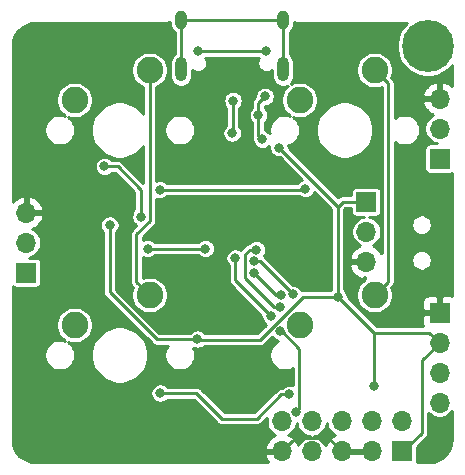
<source format=gbr>
G04 #@! TF.GenerationSoftware,KiCad,Pcbnew,(5.1.5-0-10_14)*
G04 #@! TF.CreationDate,2020-10-23T09:09:01-05:00*
G04 #@! TF.ProjectId,Generic_STM32_Keyboard,47656e65-7269-4635-9f53-544d33325f4b,rev?*
G04 #@! TF.SameCoordinates,Original*
G04 #@! TF.FileFunction,Copper,L1,Top*
G04 #@! TF.FilePolarity,Positive*
%FSLAX46Y46*%
G04 Gerber Fmt 4.6, Leading zero omitted, Abs format (unit mm)*
G04 Created by KiCad (PCBNEW (5.1.5-0-10_14)) date 2020-10-23 09:09:01*
%MOMM*%
%LPD*%
G04 APERTURE LIST*
%ADD10O,1.700000X1.700000*%
%ADD11R,1.700000X1.700000*%
%ADD12O,1.000000X2.100000*%
%ADD13O,1.000000X1.600000*%
%ADD14C,2.250000*%
%ADD15C,0.700000*%
%ADD16C,4.400000*%
%ADD17C,0.800000*%
%ADD18C,0.250000*%
%ADD19C,0.254000*%
G04 APERTURE END LIST*
D10*
X74700000Y-44960000D03*
X74700000Y-47500000D03*
D11*
X74700000Y-50040000D03*
D10*
X61340000Y-72300000D03*
X61340000Y-74840000D03*
X63880000Y-72300000D03*
X63880000Y-74840000D03*
X66420000Y-72300000D03*
X66420000Y-74840000D03*
X68960000Y-72300000D03*
X68960000Y-74840000D03*
X71500000Y-72300000D03*
D11*
X71500000Y-74840000D03*
D10*
X39700000Y-54620000D03*
X39700000Y-57160000D03*
D11*
X39700000Y-59700000D03*
D10*
X74700000Y-70720000D03*
X74700000Y-68180000D03*
X74700000Y-65640000D03*
D11*
X74700000Y-63100000D03*
D12*
X52830000Y-42498750D03*
X61470000Y-42498750D03*
D13*
X52830000Y-38318750D03*
X61470000Y-38318750D03*
D14*
X69215000Y-61595000D03*
X62865000Y-64135000D03*
X50165000Y-61595000D03*
X43815000Y-64135000D03*
X69215000Y-42545000D03*
X62865000Y-45085000D03*
X50165000Y-42545000D03*
X43815000Y-45085000D03*
D10*
X68500000Y-58780000D03*
X68500000Y-56240000D03*
D11*
X68500000Y-53700000D03*
D15*
X74866726Y-41666726D03*
X73700000Y-42150000D03*
X72533274Y-41666726D03*
X72050000Y-40500000D03*
X72533274Y-39333274D03*
X73700000Y-38850000D03*
X74866726Y-39333274D03*
X75350000Y-40500000D03*
D16*
X73700000Y-40500000D03*
D17*
X74828400Y-74371200D03*
X55182600Y-46329600D03*
X51460400Y-45466000D03*
X55321200Y-73456800D03*
X53594000Y-68681600D03*
X51104800Y-68021200D03*
X55829200Y-59283600D03*
X54914800Y-55727600D03*
X67767200Y-39268400D03*
X65684400Y-43434000D03*
X46781000Y-55676800D03*
X61112400Y-49123600D03*
X66090800Y-61722000D03*
X69189600Y-69291200D03*
X54203600Y-65328800D03*
X59371400Y-46375747D03*
X59923253Y-44775547D03*
X59994800Y-40944800D03*
X54254400Y-40944802D03*
X59690000Y-48412400D03*
X58970878Y-58742523D03*
X62283270Y-61548219D03*
X59029600Y-59740800D03*
X61264800Y-61569600D03*
X54864000Y-57658000D03*
X49987200Y-57658000D03*
X62585600Y-71489400D03*
X59182000Y-57759600D03*
X61228537Y-62600137D03*
X61227100Y-64676220D03*
X57404000Y-58470800D03*
X60453148Y-63399548D03*
X57212655Y-45128547D03*
X57147668Y-47886306D03*
X46329600Y-50698400D03*
X49423747Y-54951800D03*
X51003200Y-52679600D03*
X63347600Y-52578000D03*
X51054000Y-69900800D03*
X61976000Y-70002400D03*
D18*
X54319000Y-45466000D02*
X51460400Y-45466000D01*
X55182600Y-46329600D02*
X54319000Y-45466000D01*
X62189999Y-73990001D02*
X61340000Y-74840000D01*
X62515001Y-73664999D02*
X62189999Y-73990001D01*
X65244999Y-73664999D02*
X62515001Y-73664999D01*
X66420000Y-74840000D02*
X65244999Y-73664999D01*
X67767200Y-41351200D02*
X65684400Y-43434000D01*
X67767200Y-39268400D02*
X67767200Y-41351200D01*
X69189600Y-64820800D02*
X69189600Y-69291200D01*
X66090800Y-61722000D02*
X69189600Y-64820800D01*
X73850001Y-64790001D02*
X74700000Y-65640000D01*
X69220399Y-64790001D02*
X73850001Y-64790001D01*
X69189600Y-64820800D02*
X69220399Y-64790001D01*
X71616400Y-74840000D02*
X71500000Y-74840000D01*
X73202800Y-73253600D02*
X71616400Y-74840000D01*
X73202800Y-67137200D02*
X73202800Y-73253600D01*
X74700000Y-65640000D02*
X73202800Y-67137200D01*
X66090800Y-54102000D02*
X61112400Y-49123600D01*
X66090800Y-61722000D02*
X66090800Y-54102000D01*
X66492800Y-53700000D02*
X68500000Y-53700000D01*
X66090800Y-54102000D02*
X66492800Y-53700000D01*
X46781000Y-55676800D02*
X46781000Y-61360600D01*
X46781000Y-61360600D02*
X50749200Y-65328800D01*
X50749200Y-65328800D02*
X53637915Y-65328800D01*
X53637915Y-65328800D02*
X54203600Y-65328800D01*
X59498401Y-65379600D02*
X54254400Y-65379600D01*
X54254400Y-65379600D02*
X54203600Y-65328800D01*
X63156001Y-61722000D02*
X59498401Y-65379600D01*
X66090800Y-61722000D02*
X63156001Y-61722000D01*
X61470000Y-42498750D02*
X61470000Y-38318750D01*
X61470000Y-38318750D02*
X52830000Y-38318750D01*
X52830000Y-39368750D02*
X52830000Y-42498750D01*
X52830000Y-38318750D02*
X52830000Y-39368750D01*
X59371400Y-45327400D02*
X59923253Y-44775547D01*
X59371400Y-46375747D02*
X59371400Y-45327400D01*
X54254402Y-40944800D02*
X54254400Y-40944802D01*
X59994800Y-40944800D02*
X54254402Y-40944800D01*
X59371400Y-48093800D02*
X59690000Y-48412400D01*
X59371400Y-46375747D02*
X59371400Y-48093800D01*
X62283270Y-61489230D02*
X62283270Y-61548219D01*
X59536563Y-58742523D02*
X62283270Y-61489230D01*
X58970878Y-58742523D02*
X59536563Y-58742523D01*
X59029600Y-59740800D02*
X60858400Y-61569600D01*
X60858400Y-61569600D02*
X61264800Y-61569600D01*
X54864000Y-57658000D02*
X49987200Y-57658000D01*
X59182000Y-57759600D02*
X58616315Y-57759600D01*
X58245877Y-58130038D02*
X58245877Y-60183162D01*
X58245877Y-60183162D02*
X60662852Y-62600137D01*
X60662852Y-62600137D02*
X61228537Y-62600137D01*
X58616315Y-57759600D02*
X58245877Y-58130038D01*
X61323420Y-64676220D02*
X61227100Y-64676220D01*
X62839600Y-66192400D02*
X61323420Y-64676220D01*
X62839600Y-71235400D02*
X62839600Y-66192400D01*
X62585600Y-71489400D02*
X62839600Y-71235400D01*
X57404000Y-60350400D02*
X57404000Y-58470800D01*
X60453148Y-63399548D02*
X57404000Y-60350400D01*
X57212655Y-47821319D02*
X57147668Y-47886306D01*
X57212655Y-45128547D02*
X57212655Y-47821319D01*
X63246000Y-52679600D02*
X63347600Y-52578000D01*
X51003200Y-52679600D02*
X63246000Y-52679600D01*
X47447200Y-50698400D02*
X49423747Y-52674947D01*
X49423747Y-52674947D02*
X49423747Y-54951800D01*
X46329600Y-50698400D02*
X47447200Y-50698400D01*
X61315600Y-70002400D02*
X61976000Y-70002400D01*
X59232800Y-72085200D02*
X61315600Y-70002400D01*
X56286400Y-72085200D02*
X59232800Y-72085200D01*
X54102000Y-69900800D02*
X56286400Y-72085200D01*
X51054000Y-69900800D02*
X54102000Y-69900800D01*
X49040001Y-56471599D02*
X49040001Y-60470001D01*
X50165000Y-55346600D02*
X49040001Y-56471599D01*
X49040001Y-60470001D02*
X50165000Y-61595000D01*
X50165000Y-42545000D02*
X50165000Y-55346600D01*
X70339999Y-60470001D02*
X69215000Y-61595000D01*
X70339999Y-43669999D02*
X70339999Y-60470001D01*
X69215000Y-42545000D02*
X70339999Y-43669999D01*
D19*
G36*
X75748000Y-73796641D02*
G01*
X75709131Y-74193055D01*
X75600427Y-74553102D01*
X75423856Y-74885184D01*
X75186153Y-75176636D01*
X74896359Y-75416375D01*
X74565526Y-75595256D01*
X74206243Y-75706473D01*
X73811134Y-75748000D01*
X72773354Y-75748000D01*
X72779066Y-75690000D01*
X72779066Y-74457979D01*
X73573954Y-73663092D01*
X73595011Y-73645811D01*
X73631789Y-73600997D01*
X73663991Y-73561759D01*
X73715247Y-73465864D01*
X73715248Y-73465863D01*
X73746812Y-73361811D01*
X73754800Y-73280709D01*
X73754800Y-73280699D01*
X73757469Y-73253601D01*
X73754800Y-73226503D01*
X73754800Y-71580751D01*
X73885960Y-71711911D01*
X74095114Y-71851663D01*
X74327513Y-71947926D01*
X74574226Y-71997000D01*
X74825774Y-71997000D01*
X75072487Y-71947926D01*
X75304886Y-71851663D01*
X75514040Y-71711911D01*
X75691911Y-71534040D01*
X75748000Y-71450097D01*
X75748000Y-73796641D01*
G37*
X75748000Y-73796641D02*
X75709131Y-74193055D01*
X75600427Y-74553102D01*
X75423856Y-74885184D01*
X75186153Y-75176636D01*
X74896359Y-75416375D01*
X74565526Y-75595256D01*
X74206243Y-75706473D01*
X73811134Y-75748000D01*
X72773354Y-75748000D01*
X72779066Y-75690000D01*
X72779066Y-74457979D01*
X73573954Y-73663092D01*
X73595011Y-73645811D01*
X73631789Y-73600997D01*
X73663991Y-73561759D01*
X73715247Y-73465864D01*
X73715248Y-73465863D01*
X73746812Y-73361811D01*
X73754800Y-73280709D01*
X73754800Y-73280699D01*
X73757469Y-73253601D01*
X73754800Y-73226503D01*
X73754800Y-71580751D01*
X73885960Y-71711911D01*
X74095114Y-71851663D01*
X74327513Y-71947926D01*
X74574226Y-71997000D01*
X74825774Y-71997000D01*
X75072487Y-71947926D01*
X75304886Y-71851663D01*
X75514040Y-71711911D01*
X75691911Y-71534040D01*
X75748000Y-71450097D01*
X75748000Y-73796641D01*
G36*
X51903000Y-38664288D02*
G01*
X51916413Y-38800474D01*
X51969421Y-38975214D01*
X52055500Y-39136255D01*
X52171342Y-39277409D01*
X52278000Y-39364941D01*
X52278001Y-41202558D01*
X52171341Y-41290091D01*
X52055499Y-41431246D01*
X51969420Y-41592287D01*
X51916413Y-41767027D01*
X51903000Y-41903213D01*
X51903001Y-43094288D01*
X51916414Y-43230474D01*
X51969421Y-43405214D01*
X52055500Y-43566255D01*
X52171342Y-43707409D01*
X52312496Y-43823251D01*
X52473537Y-43909330D01*
X52648277Y-43962337D01*
X52830000Y-43980235D01*
X53011724Y-43962337D01*
X53186464Y-43909330D01*
X53347505Y-43823251D01*
X53488659Y-43707409D01*
X53604501Y-43566255D01*
X53690580Y-43405214D01*
X53743587Y-43230474D01*
X53757000Y-43094288D01*
X53757000Y-42529239D01*
X53780628Y-42552867D01*
X53903794Y-42635164D01*
X54040650Y-42691851D01*
X54185934Y-42720750D01*
X54334066Y-42720750D01*
X54479350Y-42691851D01*
X54616206Y-42635164D01*
X54739372Y-42552867D01*
X54844117Y-42448122D01*
X54926414Y-42324956D01*
X54983101Y-42188100D01*
X55012000Y-42042816D01*
X55012000Y-41894684D01*
X54983101Y-41749400D01*
X54926414Y-41612544D01*
X54858240Y-41510515D01*
X54871955Y-41496800D01*
X59377247Y-41496800D01*
X59421413Y-41540966D01*
X59373586Y-41612544D01*
X59316899Y-41749400D01*
X59288000Y-41894684D01*
X59288000Y-42042816D01*
X59316899Y-42188100D01*
X59373586Y-42324956D01*
X59455883Y-42448122D01*
X59560628Y-42552867D01*
X59683794Y-42635164D01*
X59820650Y-42691851D01*
X59965934Y-42720750D01*
X60114066Y-42720750D01*
X60259350Y-42691851D01*
X60396206Y-42635164D01*
X60519372Y-42552867D01*
X60543001Y-42529238D01*
X60543001Y-43094288D01*
X60556414Y-43230474D01*
X60609421Y-43405214D01*
X60695500Y-43566255D01*
X60811342Y-43707409D01*
X60952496Y-43823251D01*
X61113537Y-43909330D01*
X61288277Y-43962337D01*
X61470000Y-43980235D01*
X61651724Y-43962337D01*
X61826464Y-43909330D01*
X61868027Y-43887114D01*
X61659483Y-44095658D01*
X61489636Y-44349853D01*
X61372643Y-44632298D01*
X61313000Y-44932141D01*
X61313000Y-45237859D01*
X61372643Y-45537702D01*
X61489636Y-45820147D01*
X61659483Y-46074342D01*
X61875658Y-46290517D01*
X62038913Y-46399600D01*
X61974779Y-46373035D01*
X61723236Y-46323000D01*
X61466764Y-46323000D01*
X61215221Y-46373035D01*
X60978272Y-46471182D01*
X60765023Y-46613670D01*
X60583670Y-46795023D01*
X60441182Y-47008272D01*
X60343035Y-47245221D01*
X60293000Y-47496764D01*
X60293000Y-47753236D01*
X60315996Y-47868843D01*
X60217181Y-47770028D01*
X60081731Y-47679523D01*
X59931227Y-47617182D01*
X59923400Y-47615625D01*
X59923400Y-46993300D01*
X60013772Y-46902928D01*
X60104277Y-46767478D01*
X60166618Y-46616974D01*
X60198400Y-46457199D01*
X60198400Y-46294295D01*
X60166618Y-46134520D01*
X60104277Y-45984016D01*
X60013772Y-45848566D01*
X59923400Y-45758194D01*
X59923400Y-45602547D01*
X60004705Y-45602547D01*
X60164480Y-45570765D01*
X60314984Y-45508424D01*
X60450434Y-45417919D01*
X60565625Y-45302728D01*
X60656130Y-45167278D01*
X60718471Y-45016774D01*
X60750253Y-44856999D01*
X60750253Y-44694095D01*
X60718471Y-44534320D01*
X60656130Y-44383816D01*
X60565625Y-44248366D01*
X60450434Y-44133175D01*
X60314984Y-44042670D01*
X60164480Y-43980329D01*
X60004705Y-43948547D01*
X59841801Y-43948547D01*
X59682026Y-43980329D01*
X59531522Y-44042670D01*
X59396072Y-44133175D01*
X59280881Y-44248366D01*
X59190376Y-44383816D01*
X59128035Y-44534320D01*
X59096253Y-44694095D01*
X59096253Y-44821903D01*
X59000252Y-44917904D01*
X58979190Y-44935189D01*
X58920460Y-45006752D01*
X58910209Y-45019243D01*
X58858952Y-45115138D01*
X58827389Y-45219190D01*
X58816730Y-45327400D01*
X58819401Y-45354515D01*
X58819401Y-45758193D01*
X58729028Y-45848566D01*
X58638523Y-45984016D01*
X58576182Y-46134520D01*
X58544400Y-46294295D01*
X58544400Y-46457199D01*
X58576182Y-46616974D01*
X58638523Y-46767478D01*
X58729028Y-46902928D01*
X58819400Y-46993300D01*
X58819401Y-48066684D01*
X58816730Y-48093800D01*
X58827389Y-48202010D01*
X58858952Y-48306062D01*
X58865510Y-48318331D01*
X58863000Y-48330948D01*
X58863000Y-48493852D01*
X58894782Y-48653627D01*
X58957123Y-48804131D01*
X59047628Y-48939581D01*
X59162819Y-49054772D01*
X59298269Y-49145277D01*
X59448773Y-49207618D01*
X59608548Y-49239400D01*
X59771452Y-49239400D01*
X59931227Y-49207618D01*
X60081731Y-49145277D01*
X60217181Y-49054772D01*
X60299205Y-48972748D01*
X60285400Y-49042148D01*
X60285400Y-49205052D01*
X60317182Y-49364827D01*
X60379523Y-49515331D01*
X60470028Y-49650781D01*
X60585219Y-49765972D01*
X60720669Y-49856477D01*
X60871173Y-49918818D01*
X61030948Y-49950600D01*
X61158756Y-49950600D01*
X63024748Y-51816592D01*
X62955869Y-51845123D01*
X62820419Y-51935628D01*
X62705228Y-52050819D01*
X62653924Y-52127600D01*
X51620753Y-52127600D01*
X51530381Y-52037228D01*
X51394931Y-51946723D01*
X51244427Y-51884382D01*
X51084652Y-51852600D01*
X50921748Y-51852600D01*
X50761973Y-51884382D01*
X50717000Y-51903010D01*
X50717000Y-47496764D01*
X51403000Y-47496764D01*
X51403000Y-47753236D01*
X51453035Y-48004779D01*
X51551182Y-48241728D01*
X51693670Y-48454977D01*
X51875023Y-48636330D01*
X52088272Y-48778818D01*
X52325221Y-48876965D01*
X52576764Y-48927000D01*
X52833236Y-48927000D01*
X53084779Y-48876965D01*
X53321728Y-48778818D01*
X53534977Y-48636330D01*
X53716330Y-48454977D01*
X53858818Y-48241728D01*
X53956965Y-48004779D01*
X53996732Y-47804854D01*
X56320668Y-47804854D01*
X56320668Y-47967758D01*
X56352450Y-48127533D01*
X56414791Y-48278037D01*
X56505296Y-48413487D01*
X56620487Y-48528678D01*
X56755937Y-48619183D01*
X56906441Y-48681524D01*
X57066216Y-48713306D01*
X57229120Y-48713306D01*
X57388895Y-48681524D01*
X57539399Y-48619183D01*
X57674849Y-48528678D01*
X57790040Y-48413487D01*
X57880545Y-48278037D01*
X57942886Y-48127533D01*
X57974668Y-47967758D01*
X57974668Y-47804854D01*
X57942886Y-47645079D01*
X57880545Y-47494575D01*
X57790040Y-47359125D01*
X57764655Y-47333740D01*
X57764655Y-45746100D01*
X57855027Y-45655728D01*
X57945532Y-45520278D01*
X58007873Y-45369774D01*
X58039655Y-45209999D01*
X58039655Y-45047095D01*
X58007873Y-44887320D01*
X57945532Y-44736816D01*
X57855027Y-44601366D01*
X57739836Y-44486175D01*
X57604386Y-44395670D01*
X57453882Y-44333329D01*
X57294107Y-44301547D01*
X57131203Y-44301547D01*
X56971428Y-44333329D01*
X56820924Y-44395670D01*
X56685474Y-44486175D01*
X56570283Y-44601366D01*
X56479778Y-44736816D01*
X56417437Y-44887320D01*
X56385655Y-45047095D01*
X56385655Y-45209999D01*
X56417437Y-45369774D01*
X56479778Y-45520278D01*
X56570283Y-45655728D01*
X56660655Y-45746100D01*
X56660656Y-47217094D01*
X56620487Y-47243934D01*
X56505296Y-47359125D01*
X56414791Y-47494575D01*
X56352450Y-47645079D01*
X56320668Y-47804854D01*
X53996732Y-47804854D01*
X54007000Y-47753236D01*
X54007000Y-47496764D01*
X53956965Y-47245221D01*
X53858818Y-47008272D01*
X53716330Y-46795023D01*
X53534977Y-46613670D01*
X53321728Y-46471182D01*
X53084779Y-46373035D01*
X52833236Y-46323000D01*
X52576764Y-46323000D01*
X52325221Y-46373035D01*
X52088272Y-46471182D01*
X51875023Y-46613670D01*
X51693670Y-46795023D01*
X51551182Y-47008272D01*
X51453035Y-47245221D01*
X51403000Y-47496764D01*
X50717000Y-47496764D01*
X50717000Y-43996226D01*
X50900147Y-43920364D01*
X51154342Y-43750517D01*
X51370517Y-43534342D01*
X51540364Y-43280147D01*
X51657357Y-42997702D01*
X51717000Y-42697859D01*
X51717000Y-42392141D01*
X51657357Y-42092298D01*
X51540364Y-41809853D01*
X51370517Y-41555658D01*
X51154342Y-41339483D01*
X50900147Y-41169636D01*
X50617702Y-41052643D01*
X50317859Y-40993000D01*
X50012141Y-40993000D01*
X49712298Y-41052643D01*
X49429853Y-41169636D01*
X49175658Y-41339483D01*
X48959483Y-41555658D01*
X48789636Y-41809853D01*
X48672643Y-42092298D01*
X48613000Y-42392141D01*
X48613000Y-42697859D01*
X48672643Y-42997702D01*
X48789636Y-43280147D01*
X48959483Y-43534342D01*
X49175658Y-43750517D01*
X49429853Y-43920364D01*
X49613000Y-43996226D01*
X49613000Y-46242747D01*
X49505436Y-46081766D01*
X49168234Y-45744564D01*
X48771726Y-45479626D01*
X48331151Y-45297134D01*
X47863438Y-45204100D01*
X47386562Y-45204100D01*
X46918849Y-45297134D01*
X46478274Y-45479626D01*
X46081766Y-45744564D01*
X45744564Y-46081766D01*
X45479626Y-46478274D01*
X45297134Y-46918849D01*
X45204100Y-47386562D01*
X45204100Y-47863438D01*
X45297134Y-48331151D01*
X45479626Y-48771726D01*
X45744564Y-49168234D01*
X46081766Y-49505436D01*
X46478274Y-49770374D01*
X46918849Y-49952866D01*
X47386562Y-50045900D01*
X47863438Y-50045900D01*
X48331151Y-49952866D01*
X48771726Y-49770374D01*
X49168234Y-49505436D01*
X49505436Y-49168234D01*
X49613001Y-49007252D01*
X49613001Y-52083555D01*
X47856700Y-50327256D01*
X47839411Y-50306189D01*
X47755358Y-50237209D01*
X47659463Y-50185952D01*
X47555411Y-50154388D01*
X47474309Y-50146400D01*
X47474306Y-50146400D01*
X47447200Y-50143730D01*
X47420094Y-50146400D01*
X46947153Y-50146400D01*
X46856781Y-50056028D01*
X46721331Y-49965523D01*
X46570827Y-49903182D01*
X46411052Y-49871400D01*
X46248148Y-49871400D01*
X46088373Y-49903182D01*
X45937869Y-49965523D01*
X45802419Y-50056028D01*
X45687228Y-50171219D01*
X45596723Y-50306669D01*
X45534382Y-50457173D01*
X45502600Y-50616948D01*
X45502600Y-50779852D01*
X45534382Y-50939627D01*
X45596723Y-51090131D01*
X45687228Y-51225581D01*
X45802419Y-51340772D01*
X45937869Y-51431277D01*
X46088373Y-51493618D01*
X46248148Y-51525400D01*
X46411052Y-51525400D01*
X46570827Y-51493618D01*
X46721331Y-51431277D01*
X46856781Y-51340772D01*
X46947153Y-51250400D01*
X47218556Y-51250400D01*
X48871747Y-52903593D01*
X48871748Y-54334246D01*
X48781375Y-54424619D01*
X48690870Y-54560069D01*
X48628529Y-54710573D01*
X48596747Y-54870348D01*
X48596747Y-55033252D01*
X48628529Y-55193027D01*
X48690870Y-55343531D01*
X48781375Y-55478981D01*
X48896566Y-55594172D01*
X49032016Y-55684677D01*
X49042101Y-55688854D01*
X48668857Y-56062099D01*
X48647790Y-56079388D01*
X48578810Y-56163441D01*
X48527553Y-56259337D01*
X48495989Y-56363389D01*
X48488001Y-56444490D01*
X48485331Y-56471599D01*
X48488001Y-56498705D01*
X48488002Y-60442885D01*
X48485331Y-60470001D01*
X48495990Y-60578211D01*
X48527553Y-60682263D01*
X48576792Y-60774382D01*
X48578811Y-60778159D01*
X48647791Y-60862212D01*
X48668853Y-60879497D01*
X48748506Y-60959150D01*
X48672643Y-61142298D01*
X48613000Y-61442141D01*
X48613000Y-61747859D01*
X48672643Y-62047702D01*
X48789636Y-62330147D01*
X48959483Y-62584342D01*
X49175658Y-62800517D01*
X49429853Y-62970364D01*
X49712298Y-63087357D01*
X50012141Y-63147000D01*
X50317859Y-63147000D01*
X50617702Y-63087357D01*
X50900147Y-62970364D01*
X51154342Y-62800517D01*
X51370517Y-62584342D01*
X51540364Y-62330147D01*
X51657357Y-62047702D01*
X51717000Y-61747859D01*
X51717000Y-61442141D01*
X51657357Y-61142298D01*
X51540364Y-60859853D01*
X51370517Y-60605658D01*
X51154342Y-60389483D01*
X50900147Y-60219636D01*
X50617702Y-60102643D01*
X50317859Y-60043000D01*
X50012141Y-60043000D01*
X49712298Y-60102643D01*
X49592001Y-60152472D01*
X49592001Y-58388560D01*
X49595469Y-58390877D01*
X49745973Y-58453218D01*
X49905748Y-58485000D01*
X50068652Y-58485000D01*
X50228427Y-58453218D01*
X50378931Y-58390877D01*
X50514381Y-58300372D01*
X50604753Y-58210000D01*
X54246447Y-58210000D01*
X54336819Y-58300372D01*
X54472269Y-58390877D01*
X54622773Y-58453218D01*
X54782548Y-58485000D01*
X54945452Y-58485000D01*
X55105227Y-58453218D01*
X55255731Y-58390877D01*
X55391181Y-58300372D01*
X55506372Y-58185181D01*
X55596877Y-58049731D01*
X55659218Y-57899227D01*
X55691000Y-57739452D01*
X55691000Y-57576548D01*
X55659218Y-57416773D01*
X55596877Y-57266269D01*
X55506372Y-57130819D01*
X55391181Y-57015628D01*
X55255731Y-56925123D01*
X55105227Y-56862782D01*
X54945452Y-56831000D01*
X54782548Y-56831000D01*
X54622773Y-56862782D01*
X54472269Y-56925123D01*
X54336819Y-57015628D01*
X54246447Y-57106000D01*
X50604753Y-57106000D01*
X50514381Y-57015628D01*
X50378931Y-56925123D01*
X50228427Y-56862782D01*
X50068652Y-56831000D01*
X49905748Y-56831000D01*
X49745973Y-56862782D01*
X49595469Y-56925123D01*
X49592001Y-56927440D01*
X49592001Y-56700243D01*
X50536154Y-55756092D01*
X50557211Y-55738811D01*
X50626191Y-55654758D01*
X50677448Y-55558863D01*
X50709012Y-55454811D01*
X50717000Y-55373709D01*
X50719670Y-55346600D01*
X50717000Y-55319492D01*
X50717000Y-53456190D01*
X50761973Y-53474818D01*
X50921748Y-53506600D01*
X51084652Y-53506600D01*
X51244427Y-53474818D01*
X51394931Y-53412477D01*
X51530381Y-53321972D01*
X51620753Y-53231600D01*
X62837223Y-53231600D01*
X62955869Y-53310877D01*
X63106373Y-53373218D01*
X63266148Y-53405000D01*
X63429052Y-53405000D01*
X63588827Y-53373218D01*
X63739331Y-53310877D01*
X63874781Y-53220372D01*
X63989972Y-53105181D01*
X64080477Y-52969731D01*
X64109007Y-52900853D01*
X65538801Y-54330647D01*
X65538800Y-61104447D01*
X65473247Y-61170000D01*
X63183110Y-61170000D01*
X63156001Y-61167330D01*
X63128892Y-61170000D01*
X63047790Y-61177988D01*
X63027591Y-61184115D01*
X63016147Y-61156488D01*
X62925642Y-61021038D01*
X62810451Y-60905847D01*
X62675001Y-60815342D01*
X62524497Y-60753001D01*
X62364722Y-60721219D01*
X62295905Y-60721219D01*
X59946063Y-58371379D01*
X59928774Y-58350312D01*
X59844721Y-58281332D01*
X59832410Y-58274752D01*
X59914877Y-58151331D01*
X59977218Y-58000827D01*
X60009000Y-57841052D01*
X60009000Y-57678148D01*
X59977218Y-57518373D01*
X59914877Y-57367869D01*
X59824372Y-57232419D01*
X59709181Y-57117228D01*
X59573731Y-57026723D01*
X59423227Y-56964382D01*
X59263452Y-56932600D01*
X59100548Y-56932600D01*
X58940773Y-56964382D01*
X58790269Y-57026723D01*
X58654819Y-57117228D01*
X58561742Y-57210305D01*
X58508104Y-57215588D01*
X58404052Y-57247152D01*
X58308157Y-57298409D01*
X58224104Y-57367389D01*
X58206819Y-57388452D01*
X57874733Y-57720538D01*
X57853666Y-57737827D01*
X57833097Y-57762890D01*
X57795731Y-57737923D01*
X57645227Y-57675582D01*
X57485452Y-57643800D01*
X57322548Y-57643800D01*
X57162773Y-57675582D01*
X57012269Y-57737923D01*
X56876819Y-57828428D01*
X56761628Y-57943619D01*
X56671123Y-58079069D01*
X56608782Y-58229573D01*
X56577000Y-58389348D01*
X56577000Y-58552252D01*
X56608782Y-58712027D01*
X56671123Y-58862531D01*
X56761628Y-58997981D01*
X56852001Y-59088354D01*
X56852000Y-60323294D01*
X56849330Y-60350400D01*
X56852000Y-60377506D01*
X56852000Y-60377508D01*
X56859988Y-60458610D01*
X56891552Y-60562662D01*
X56942809Y-60658558D01*
X57011789Y-60742611D01*
X57032856Y-60759901D01*
X59626148Y-63353194D01*
X59626148Y-63481000D01*
X59657930Y-63640775D01*
X59720271Y-63791279D01*
X59810776Y-63926729D01*
X59925967Y-64041920D01*
X60003578Y-64093778D01*
X59269757Y-64827600D01*
X54863332Y-64827600D01*
X54845972Y-64801619D01*
X54730781Y-64686428D01*
X54595331Y-64595923D01*
X54444827Y-64533582D01*
X54285052Y-64501800D01*
X54122148Y-64501800D01*
X53962373Y-64533582D01*
X53811869Y-64595923D01*
X53676419Y-64686428D01*
X53586047Y-64776800D01*
X50977846Y-64776800D01*
X47333000Y-61131956D01*
X47333000Y-56294353D01*
X47423372Y-56203981D01*
X47513877Y-56068531D01*
X47576218Y-55918027D01*
X47608000Y-55758252D01*
X47608000Y-55595348D01*
X47576218Y-55435573D01*
X47513877Y-55285069D01*
X47423372Y-55149619D01*
X47308181Y-55034428D01*
X47172731Y-54943923D01*
X47022227Y-54881582D01*
X46862452Y-54849800D01*
X46699548Y-54849800D01*
X46539773Y-54881582D01*
X46389269Y-54943923D01*
X46253819Y-55034428D01*
X46138628Y-55149619D01*
X46048123Y-55285069D01*
X45985782Y-55435573D01*
X45954000Y-55595348D01*
X45954000Y-55758252D01*
X45985782Y-55918027D01*
X46048123Y-56068531D01*
X46138628Y-56203981D01*
X46229000Y-56294353D01*
X46229001Y-61333484D01*
X46226330Y-61360600D01*
X46236989Y-61468810D01*
X46268552Y-61572862D01*
X46319809Y-61668757D01*
X46319810Y-61668758D01*
X46388790Y-61752811D01*
X46409852Y-61770096D01*
X50339707Y-65699953D01*
X50356989Y-65721011D01*
X50378045Y-65738291D01*
X50441041Y-65789991D01*
X50492298Y-65817388D01*
X50536937Y-65841248D01*
X50640989Y-65872812D01*
X50722091Y-65880800D01*
X50722101Y-65880800D01*
X50749199Y-65883469D01*
X50776297Y-65880800D01*
X51669765Y-65880800D01*
X51551182Y-66058272D01*
X51453035Y-66295221D01*
X51403000Y-66546764D01*
X51403000Y-66803236D01*
X51453035Y-67054779D01*
X51551182Y-67291728D01*
X51693670Y-67504977D01*
X51875023Y-67686330D01*
X52088272Y-67828818D01*
X52325221Y-67926965D01*
X52576764Y-67977000D01*
X52833236Y-67977000D01*
X53084779Y-67926965D01*
X53321728Y-67828818D01*
X53534977Y-67686330D01*
X53716330Y-67504977D01*
X53858818Y-67291728D01*
X53956965Y-67054779D01*
X54007000Y-66803236D01*
X54007000Y-66546764D01*
X53956965Y-66295221D01*
X53870244Y-66085857D01*
X53962373Y-66124018D01*
X54122148Y-66155800D01*
X54285052Y-66155800D01*
X54444827Y-66124018D01*
X54595331Y-66061677D01*
X54730781Y-65971172D01*
X54770353Y-65931600D01*
X59471295Y-65931600D01*
X59498401Y-65934270D01*
X59525507Y-65931600D01*
X59525510Y-65931600D01*
X59606612Y-65923612D01*
X59710664Y-65892048D01*
X59806559Y-65840791D01*
X59890612Y-65771811D01*
X59907902Y-65750743D01*
X60532864Y-65125781D01*
X60584728Y-65203401D01*
X60699919Y-65318592D01*
X60835369Y-65409097D01*
X60985873Y-65471438D01*
X61061869Y-65486555D01*
X60978272Y-65521182D01*
X60765023Y-65663670D01*
X60583670Y-65845023D01*
X60441182Y-66058272D01*
X60343035Y-66295221D01*
X60293000Y-66546764D01*
X60293000Y-66803236D01*
X60343035Y-67054779D01*
X60441182Y-67291728D01*
X60583670Y-67504977D01*
X60765023Y-67686330D01*
X60978272Y-67828818D01*
X61215221Y-67926965D01*
X61466764Y-67977000D01*
X61723236Y-67977000D01*
X61974779Y-67926965D01*
X62211728Y-67828818D01*
X62287601Y-67778122D01*
X62287600Y-69236332D01*
X62217227Y-69207182D01*
X62057452Y-69175400D01*
X61894548Y-69175400D01*
X61734773Y-69207182D01*
X61584269Y-69269523D01*
X61448819Y-69360028D01*
X61358447Y-69450400D01*
X61342705Y-69450400D01*
X61315599Y-69447730D01*
X61288493Y-69450400D01*
X61288491Y-69450400D01*
X61207389Y-69458388D01*
X61103337Y-69489952D01*
X61007442Y-69541209D01*
X60923389Y-69610189D01*
X60906104Y-69631251D01*
X59004156Y-71533200D01*
X56515046Y-71533200D01*
X54511500Y-69529656D01*
X54494211Y-69508589D01*
X54410158Y-69439609D01*
X54314263Y-69388352D01*
X54210211Y-69356788D01*
X54129109Y-69348800D01*
X54129106Y-69348800D01*
X54102000Y-69346130D01*
X54074894Y-69348800D01*
X51671553Y-69348800D01*
X51581181Y-69258428D01*
X51445731Y-69167923D01*
X51295227Y-69105582D01*
X51135452Y-69073800D01*
X50972548Y-69073800D01*
X50812773Y-69105582D01*
X50662269Y-69167923D01*
X50526819Y-69258428D01*
X50411628Y-69373619D01*
X50321123Y-69509069D01*
X50258782Y-69659573D01*
X50227000Y-69819348D01*
X50227000Y-69982252D01*
X50258782Y-70142027D01*
X50321123Y-70292531D01*
X50411628Y-70427981D01*
X50526819Y-70543172D01*
X50662269Y-70633677D01*
X50812773Y-70696018D01*
X50972548Y-70727800D01*
X51135452Y-70727800D01*
X51295227Y-70696018D01*
X51445731Y-70633677D01*
X51581181Y-70543172D01*
X51671553Y-70452800D01*
X53873356Y-70452800D01*
X55876908Y-72456354D01*
X55894189Y-72477411D01*
X55978242Y-72546391D01*
X56074137Y-72597648D01*
X56178189Y-72629212D01*
X56259291Y-72637200D01*
X56259293Y-72637200D01*
X56286399Y-72639870D01*
X56313505Y-72637200D01*
X59205694Y-72637200D01*
X59232800Y-72639870D01*
X59259906Y-72637200D01*
X59259909Y-72637200D01*
X59341011Y-72629212D01*
X59445063Y-72597648D01*
X59540958Y-72546391D01*
X59625011Y-72477411D01*
X59642301Y-72456343D01*
X60097410Y-72001234D01*
X60063000Y-72174226D01*
X60063000Y-72425774D01*
X60112074Y-72672487D01*
X60208337Y-72904886D01*
X60348089Y-73114040D01*
X60525960Y-73291911D01*
X60735114Y-73431663D01*
X60801949Y-73459347D01*
X60573080Y-73568359D01*
X60339731Y-73742412D01*
X60144822Y-73958645D01*
X59995843Y-74208748D01*
X59898519Y-74483109D01*
X60019186Y-74713000D01*
X61213000Y-74713000D01*
X61213000Y-74693000D01*
X61467000Y-74693000D01*
X61467000Y-74713000D01*
X61487000Y-74713000D01*
X61487000Y-74967000D01*
X61467000Y-74967000D01*
X61467000Y-74987000D01*
X61213000Y-74987000D01*
X61213000Y-74967000D01*
X60019186Y-74967000D01*
X59898519Y-75196891D01*
X59995843Y-75471252D01*
X60144822Y-75721355D01*
X60168839Y-75748000D01*
X40503359Y-75748000D01*
X40106945Y-75709131D01*
X39746898Y-75600427D01*
X39414816Y-75423856D01*
X39123364Y-75186153D01*
X38883625Y-74896359D01*
X38704744Y-74565526D01*
X38593527Y-74206243D01*
X38552000Y-73811134D01*
X38552000Y-66546764D01*
X41243000Y-66546764D01*
X41243000Y-66803236D01*
X41293035Y-67054779D01*
X41391182Y-67291728D01*
X41533670Y-67504977D01*
X41715023Y-67686330D01*
X41928272Y-67828818D01*
X42165221Y-67926965D01*
X42416764Y-67977000D01*
X42673236Y-67977000D01*
X42924779Y-67926965D01*
X43161728Y-67828818D01*
X43374977Y-67686330D01*
X43556330Y-67504977D01*
X43698818Y-67291728D01*
X43796965Y-67054779D01*
X43847000Y-66803236D01*
X43847000Y-66546764D01*
X43825080Y-66436562D01*
X45204100Y-66436562D01*
X45204100Y-66913438D01*
X45297134Y-67381151D01*
X45479626Y-67821726D01*
X45744564Y-68218234D01*
X46081766Y-68555436D01*
X46478274Y-68820374D01*
X46918849Y-69002866D01*
X47386562Y-69095900D01*
X47863438Y-69095900D01*
X48331151Y-69002866D01*
X48771726Y-68820374D01*
X49168234Y-68555436D01*
X49505436Y-68218234D01*
X49770374Y-67821726D01*
X49952866Y-67381151D01*
X50045900Y-66913438D01*
X50045900Y-66436562D01*
X49952866Y-65968849D01*
X49770374Y-65528274D01*
X49505436Y-65131766D01*
X49168234Y-64794564D01*
X48771726Y-64529626D01*
X48331151Y-64347134D01*
X47863438Y-64254100D01*
X47386562Y-64254100D01*
X46918849Y-64347134D01*
X46478274Y-64529626D01*
X46081766Y-64794564D01*
X45744564Y-65131766D01*
X45479626Y-65528274D01*
X45297134Y-65968849D01*
X45204100Y-66436562D01*
X43825080Y-66436562D01*
X43796965Y-66295221D01*
X43698818Y-66058272D01*
X43556330Y-65845023D01*
X43374977Y-65663670D01*
X43252670Y-65581948D01*
X43362298Y-65627357D01*
X43662141Y-65687000D01*
X43967859Y-65687000D01*
X44267702Y-65627357D01*
X44550147Y-65510364D01*
X44804342Y-65340517D01*
X45020517Y-65124342D01*
X45190364Y-64870147D01*
X45307357Y-64587702D01*
X45367000Y-64287859D01*
X45367000Y-63982141D01*
X45307357Y-63682298D01*
X45190364Y-63399853D01*
X45020517Y-63145658D01*
X44804342Y-62929483D01*
X44550147Y-62759636D01*
X44267702Y-62642643D01*
X43967859Y-62583000D01*
X43662141Y-62583000D01*
X43362298Y-62642643D01*
X43079853Y-62759636D01*
X42825658Y-62929483D01*
X42609483Y-63145658D01*
X42439636Y-63399853D01*
X42322643Y-63682298D01*
X42263000Y-63982141D01*
X42263000Y-64287859D01*
X42322643Y-64587702D01*
X42439636Y-64870147D01*
X42609483Y-65124342D01*
X42825658Y-65340517D01*
X42988913Y-65449600D01*
X42924779Y-65423035D01*
X42673236Y-65373000D01*
X42416764Y-65373000D01*
X42165221Y-65423035D01*
X41928272Y-65521182D01*
X41715023Y-65663670D01*
X41533670Y-65845023D01*
X41391182Y-66058272D01*
X41293035Y-66295221D01*
X41243000Y-66546764D01*
X38552000Y-66546764D01*
X38552000Y-60857823D01*
X38611624Y-60906755D01*
X38685804Y-60946405D01*
X38766293Y-60970822D01*
X38850000Y-60979066D01*
X40550000Y-60979066D01*
X40633707Y-60970822D01*
X40714196Y-60946405D01*
X40788376Y-60906755D01*
X40853395Y-60853395D01*
X40906755Y-60788376D01*
X40946405Y-60714196D01*
X40970822Y-60633707D01*
X40979066Y-60550000D01*
X40979066Y-58850000D01*
X40970822Y-58766293D01*
X40946405Y-58685804D01*
X40906755Y-58611624D01*
X40853395Y-58546605D01*
X40788376Y-58493245D01*
X40714196Y-58453595D01*
X40633707Y-58429178D01*
X40550000Y-58420934D01*
X39906544Y-58420934D01*
X40072487Y-58387926D01*
X40304886Y-58291663D01*
X40514040Y-58151911D01*
X40691911Y-57974040D01*
X40831663Y-57764886D01*
X40927926Y-57532487D01*
X40977000Y-57285774D01*
X40977000Y-57034226D01*
X40927926Y-56787513D01*
X40831663Y-56555114D01*
X40691911Y-56345960D01*
X40514040Y-56168089D01*
X40304886Y-56028337D01*
X40233584Y-55998803D01*
X40331252Y-55964157D01*
X40581355Y-55815178D01*
X40797588Y-55620269D01*
X40971641Y-55386920D01*
X41096825Y-55124099D01*
X41141476Y-54976890D01*
X41020155Y-54747000D01*
X39827000Y-54747000D01*
X39827000Y-54767000D01*
X39573000Y-54767000D01*
X39573000Y-54747000D01*
X39553000Y-54747000D01*
X39553000Y-54493000D01*
X39573000Y-54493000D01*
X39573000Y-53299186D01*
X39827000Y-53299186D01*
X39827000Y-54493000D01*
X41020155Y-54493000D01*
X41141476Y-54263110D01*
X41096825Y-54115901D01*
X40971641Y-53853080D01*
X40797588Y-53619731D01*
X40581355Y-53424822D01*
X40331252Y-53275843D01*
X40056891Y-53178519D01*
X39827000Y-53299186D01*
X39573000Y-53299186D01*
X39343109Y-53178519D01*
X39068748Y-53275843D01*
X38818645Y-53424822D01*
X38602412Y-53619731D01*
X38552000Y-53687317D01*
X38552000Y-47496764D01*
X41243000Y-47496764D01*
X41243000Y-47753236D01*
X41293035Y-48004779D01*
X41391182Y-48241728D01*
X41533670Y-48454977D01*
X41715023Y-48636330D01*
X41928272Y-48778818D01*
X42165221Y-48876965D01*
X42416764Y-48927000D01*
X42673236Y-48927000D01*
X42924779Y-48876965D01*
X43161728Y-48778818D01*
X43374977Y-48636330D01*
X43556330Y-48454977D01*
X43698818Y-48241728D01*
X43796965Y-48004779D01*
X43847000Y-47753236D01*
X43847000Y-47496764D01*
X43796965Y-47245221D01*
X43698818Y-47008272D01*
X43556330Y-46795023D01*
X43374977Y-46613670D01*
X43252670Y-46531948D01*
X43362298Y-46577357D01*
X43662141Y-46637000D01*
X43967859Y-46637000D01*
X44267702Y-46577357D01*
X44550147Y-46460364D01*
X44804342Y-46290517D01*
X45020517Y-46074342D01*
X45190364Y-45820147D01*
X45307357Y-45537702D01*
X45367000Y-45237859D01*
X45367000Y-44932141D01*
X45307357Y-44632298D01*
X45190364Y-44349853D01*
X45020517Y-44095658D01*
X44804342Y-43879483D01*
X44550147Y-43709636D01*
X44267702Y-43592643D01*
X43967859Y-43533000D01*
X43662141Y-43533000D01*
X43362298Y-43592643D01*
X43079853Y-43709636D01*
X42825658Y-43879483D01*
X42609483Y-44095658D01*
X42439636Y-44349853D01*
X42322643Y-44632298D01*
X42263000Y-44932141D01*
X42263000Y-45237859D01*
X42322643Y-45537702D01*
X42439636Y-45820147D01*
X42609483Y-46074342D01*
X42825658Y-46290517D01*
X42988913Y-46399600D01*
X42924779Y-46373035D01*
X42673236Y-46323000D01*
X42416764Y-46323000D01*
X42165221Y-46373035D01*
X41928272Y-46471182D01*
X41715023Y-46613670D01*
X41533670Y-46795023D01*
X41391182Y-47008272D01*
X41293035Y-47245221D01*
X41243000Y-47496764D01*
X38552000Y-47496764D01*
X38552000Y-40503359D01*
X38590870Y-40106940D01*
X38699572Y-39746900D01*
X38876141Y-39414819D01*
X39113847Y-39123363D01*
X39403638Y-38883626D01*
X39734474Y-38704744D01*
X40093757Y-38593527D01*
X40488867Y-38552000D01*
X51522205Y-38552000D01*
X51541361Y-38550113D01*
X51543758Y-38550130D01*
X51550039Y-38549514D01*
X51627678Y-38541354D01*
X51667796Y-38533119D01*
X51708050Y-38525440D01*
X51714092Y-38523616D01*
X51788667Y-38500531D01*
X51826420Y-38484661D01*
X51864415Y-38469310D01*
X51869987Y-38466347D01*
X51903000Y-38448497D01*
X51903000Y-38664288D01*
G37*
X51903000Y-38664288D02*
X51916413Y-38800474D01*
X51969421Y-38975214D01*
X52055500Y-39136255D01*
X52171342Y-39277409D01*
X52278000Y-39364941D01*
X52278001Y-41202558D01*
X52171341Y-41290091D01*
X52055499Y-41431246D01*
X51969420Y-41592287D01*
X51916413Y-41767027D01*
X51903000Y-41903213D01*
X51903001Y-43094288D01*
X51916414Y-43230474D01*
X51969421Y-43405214D01*
X52055500Y-43566255D01*
X52171342Y-43707409D01*
X52312496Y-43823251D01*
X52473537Y-43909330D01*
X52648277Y-43962337D01*
X52830000Y-43980235D01*
X53011724Y-43962337D01*
X53186464Y-43909330D01*
X53347505Y-43823251D01*
X53488659Y-43707409D01*
X53604501Y-43566255D01*
X53690580Y-43405214D01*
X53743587Y-43230474D01*
X53757000Y-43094288D01*
X53757000Y-42529239D01*
X53780628Y-42552867D01*
X53903794Y-42635164D01*
X54040650Y-42691851D01*
X54185934Y-42720750D01*
X54334066Y-42720750D01*
X54479350Y-42691851D01*
X54616206Y-42635164D01*
X54739372Y-42552867D01*
X54844117Y-42448122D01*
X54926414Y-42324956D01*
X54983101Y-42188100D01*
X55012000Y-42042816D01*
X55012000Y-41894684D01*
X54983101Y-41749400D01*
X54926414Y-41612544D01*
X54858240Y-41510515D01*
X54871955Y-41496800D01*
X59377247Y-41496800D01*
X59421413Y-41540966D01*
X59373586Y-41612544D01*
X59316899Y-41749400D01*
X59288000Y-41894684D01*
X59288000Y-42042816D01*
X59316899Y-42188100D01*
X59373586Y-42324956D01*
X59455883Y-42448122D01*
X59560628Y-42552867D01*
X59683794Y-42635164D01*
X59820650Y-42691851D01*
X59965934Y-42720750D01*
X60114066Y-42720750D01*
X60259350Y-42691851D01*
X60396206Y-42635164D01*
X60519372Y-42552867D01*
X60543001Y-42529238D01*
X60543001Y-43094288D01*
X60556414Y-43230474D01*
X60609421Y-43405214D01*
X60695500Y-43566255D01*
X60811342Y-43707409D01*
X60952496Y-43823251D01*
X61113537Y-43909330D01*
X61288277Y-43962337D01*
X61470000Y-43980235D01*
X61651724Y-43962337D01*
X61826464Y-43909330D01*
X61868027Y-43887114D01*
X61659483Y-44095658D01*
X61489636Y-44349853D01*
X61372643Y-44632298D01*
X61313000Y-44932141D01*
X61313000Y-45237859D01*
X61372643Y-45537702D01*
X61489636Y-45820147D01*
X61659483Y-46074342D01*
X61875658Y-46290517D01*
X62038913Y-46399600D01*
X61974779Y-46373035D01*
X61723236Y-46323000D01*
X61466764Y-46323000D01*
X61215221Y-46373035D01*
X60978272Y-46471182D01*
X60765023Y-46613670D01*
X60583670Y-46795023D01*
X60441182Y-47008272D01*
X60343035Y-47245221D01*
X60293000Y-47496764D01*
X60293000Y-47753236D01*
X60315996Y-47868843D01*
X60217181Y-47770028D01*
X60081731Y-47679523D01*
X59931227Y-47617182D01*
X59923400Y-47615625D01*
X59923400Y-46993300D01*
X60013772Y-46902928D01*
X60104277Y-46767478D01*
X60166618Y-46616974D01*
X60198400Y-46457199D01*
X60198400Y-46294295D01*
X60166618Y-46134520D01*
X60104277Y-45984016D01*
X60013772Y-45848566D01*
X59923400Y-45758194D01*
X59923400Y-45602547D01*
X60004705Y-45602547D01*
X60164480Y-45570765D01*
X60314984Y-45508424D01*
X60450434Y-45417919D01*
X60565625Y-45302728D01*
X60656130Y-45167278D01*
X60718471Y-45016774D01*
X60750253Y-44856999D01*
X60750253Y-44694095D01*
X60718471Y-44534320D01*
X60656130Y-44383816D01*
X60565625Y-44248366D01*
X60450434Y-44133175D01*
X60314984Y-44042670D01*
X60164480Y-43980329D01*
X60004705Y-43948547D01*
X59841801Y-43948547D01*
X59682026Y-43980329D01*
X59531522Y-44042670D01*
X59396072Y-44133175D01*
X59280881Y-44248366D01*
X59190376Y-44383816D01*
X59128035Y-44534320D01*
X59096253Y-44694095D01*
X59096253Y-44821903D01*
X59000252Y-44917904D01*
X58979190Y-44935189D01*
X58920460Y-45006752D01*
X58910209Y-45019243D01*
X58858952Y-45115138D01*
X58827389Y-45219190D01*
X58816730Y-45327400D01*
X58819401Y-45354515D01*
X58819401Y-45758193D01*
X58729028Y-45848566D01*
X58638523Y-45984016D01*
X58576182Y-46134520D01*
X58544400Y-46294295D01*
X58544400Y-46457199D01*
X58576182Y-46616974D01*
X58638523Y-46767478D01*
X58729028Y-46902928D01*
X58819400Y-46993300D01*
X58819401Y-48066684D01*
X58816730Y-48093800D01*
X58827389Y-48202010D01*
X58858952Y-48306062D01*
X58865510Y-48318331D01*
X58863000Y-48330948D01*
X58863000Y-48493852D01*
X58894782Y-48653627D01*
X58957123Y-48804131D01*
X59047628Y-48939581D01*
X59162819Y-49054772D01*
X59298269Y-49145277D01*
X59448773Y-49207618D01*
X59608548Y-49239400D01*
X59771452Y-49239400D01*
X59931227Y-49207618D01*
X60081731Y-49145277D01*
X60217181Y-49054772D01*
X60299205Y-48972748D01*
X60285400Y-49042148D01*
X60285400Y-49205052D01*
X60317182Y-49364827D01*
X60379523Y-49515331D01*
X60470028Y-49650781D01*
X60585219Y-49765972D01*
X60720669Y-49856477D01*
X60871173Y-49918818D01*
X61030948Y-49950600D01*
X61158756Y-49950600D01*
X63024748Y-51816592D01*
X62955869Y-51845123D01*
X62820419Y-51935628D01*
X62705228Y-52050819D01*
X62653924Y-52127600D01*
X51620753Y-52127600D01*
X51530381Y-52037228D01*
X51394931Y-51946723D01*
X51244427Y-51884382D01*
X51084652Y-51852600D01*
X50921748Y-51852600D01*
X50761973Y-51884382D01*
X50717000Y-51903010D01*
X50717000Y-47496764D01*
X51403000Y-47496764D01*
X51403000Y-47753236D01*
X51453035Y-48004779D01*
X51551182Y-48241728D01*
X51693670Y-48454977D01*
X51875023Y-48636330D01*
X52088272Y-48778818D01*
X52325221Y-48876965D01*
X52576764Y-48927000D01*
X52833236Y-48927000D01*
X53084779Y-48876965D01*
X53321728Y-48778818D01*
X53534977Y-48636330D01*
X53716330Y-48454977D01*
X53858818Y-48241728D01*
X53956965Y-48004779D01*
X53996732Y-47804854D01*
X56320668Y-47804854D01*
X56320668Y-47967758D01*
X56352450Y-48127533D01*
X56414791Y-48278037D01*
X56505296Y-48413487D01*
X56620487Y-48528678D01*
X56755937Y-48619183D01*
X56906441Y-48681524D01*
X57066216Y-48713306D01*
X57229120Y-48713306D01*
X57388895Y-48681524D01*
X57539399Y-48619183D01*
X57674849Y-48528678D01*
X57790040Y-48413487D01*
X57880545Y-48278037D01*
X57942886Y-48127533D01*
X57974668Y-47967758D01*
X57974668Y-47804854D01*
X57942886Y-47645079D01*
X57880545Y-47494575D01*
X57790040Y-47359125D01*
X57764655Y-47333740D01*
X57764655Y-45746100D01*
X57855027Y-45655728D01*
X57945532Y-45520278D01*
X58007873Y-45369774D01*
X58039655Y-45209999D01*
X58039655Y-45047095D01*
X58007873Y-44887320D01*
X57945532Y-44736816D01*
X57855027Y-44601366D01*
X57739836Y-44486175D01*
X57604386Y-44395670D01*
X57453882Y-44333329D01*
X57294107Y-44301547D01*
X57131203Y-44301547D01*
X56971428Y-44333329D01*
X56820924Y-44395670D01*
X56685474Y-44486175D01*
X56570283Y-44601366D01*
X56479778Y-44736816D01*
X56417437Y-44887320D01*
X56385655Y-45047095D01*
X56385655Y-45209999D01*
X56417437Y-45369774D01*
X56479778Y-45520278D01*
X56570283Y-45655728D01*
X56660655Y-45746100D01*
X56660656Y-47217094D01*
X56620487Y-47243934D01*
X56505296Y-47359125D01*
X56414791Y-47494575D01*
X56352450Y-47645079D01*
X56320668Y-47804854D01*
X53996732Y-47804854D01*
X54007000Y-47753236D01*
X54007000Y-47496764D01*
X53956965Y-47245221D01*
X53858818Y-47008272D01*
X53716330Y-46795023D01*
X53534977Y-46613670D01*
X53321728Y-46471182D01*
X53084779Y-46373035D01*
X52833236Y-46323000D01*
X52576764Y-46323000D01*
X52325221Y-46373035D01*
X52088272Y-46471182D01*
X51875023Y-46613670D01*
X51693670Y-46795023D01*
X51551182Y-47008272D01*
X51453035Y-47245221D01*
X51403000Y-47496764D01*
X50717000Y-47496764D01*
X50717000Y-43996226D01*
X50900147Y-43920364D01*
X51154342Y-43750517D01*
X51370517Y-43534342D01*
X51540364Y-43280147D01*
X51657357Y-42997702D01*
X51717000Y-42697859D01*
X51717000Y-42392141D01*
X51657357Y-42092298D01*
X51540364Y-41809853D01*
X51370517Y-41555658D01*
X51154342Y-41339483D01*
X50900147Y-41169636D01*
X50617702Y-41052643D01*
X50317859Y-40993000D01*
X50012141Y-40993000D01*
X49712298Y-41052643D01*
X49429853Y-41169636D01*
X49175658Y-41339483D01*
X48959483Y-41555658D01*
X48789636Y-41809853D01*
X48672643Y-42092298D01*
X48613000Y-42392141D01*
X48613000Y-42697859D01*
X48672643Y-42997702D01*
X48789636Y-43280147D01*
X48959483Y-43534342D01*
X49175658Y-43750517D01*
X49429853Y-43920364D01*
X49613000Y-43996226D01*
X49613000Y-46242747D01*
X49505436Y-46081766D01*
X49168234Y-45744564D01*
X48771726Y-45479626D01*
X48331151Y-45297134D01*
X47863438Y-45204100D01*
X47386562Y-45204100D01*
X46918849Y-45297134D01*
X46478274Y-45479626D01*
X46081766Y-45744564D01*
X45744564Y-46081766D01*
X45479626Y-46478274D01*
X45297134Y-46918849D01*
X45204100Y-47386562D01*
X45204100Y-47863438D01*
X45297134Y-48331151D01*
X45479626Y-48771726D01*
X45744564Y-49168234D01*
X46081766Y-49505436D01*
X46478274Y-49770374D01*
X46918849Y-49952866D01*
X47386562Y-50045900D01*
X47863438Y-50045900D01*
X48331151Y-49952866D01*
X48771726Y-49770374D01*
X49168234Y-49505436D01*
X49505436Y-49168234D01*
X49613001Y-49007252D01*
X49613001Y-52083555D01*
X47856700Y-50327256D01*
X47839411Y-50306189D01*
X47755358Y-50237209D01*
X47659463Y-50185952D01*
X47555411Y-50154388D01*
X47474309Y-50146400D01*
X47474306Y-50146400D01*
X47447200Y-50143730D01*
X47420094Y-50146400D01*
X46947153Y-50146400D01*
X46856781Y-50056028D01*
X46721331Y-49965523D01*
X46570827Y-49903182D01*
X46411052Y-49871400D01*
X46248148Y-49871400D01*
X46088373Y-49903182D01*
X45937869Y-49965523D01*
X45802419Y-50056028D01*
X45687228Y-50171219D01*
X45596723Y-50306669D01*
X45534382Y-50457173D01*
X45502600Y-50616948D01*
X45502600Y-50779852D01*
X45534382Y-50939627D01*
X45596723Y-51090131D01*
X45687228Y-51225581D01*
X45802419Y-51340772D01*
X45937869Y-51431277D01*
X46088373Y-51493618D01*
X46248148Y-51525400D01*
X46411052Y-51525400D01*
X46570827Y-51493618D01*
X46721331Y-51431277D01*
X46856781Y-51340772D01*
X46947153Y-51250400D01*
X47218556Y-51250400D01*
X48871747Y-52903593D01*
X48871748Y-54334246D01*
X48781375Y-54424619D01*
X48690870Y-54560069D01*
X48628529Y-54710573D01*
X48596747Y-54870348D01*
X48596747Y-55033252D01*
X48628529Y-55193027D01*
X48690870Y-55343531D01*
X48781375Y-55478981D01*
X48896566Y-55594172D01*
X49032016Y-55684677D01*
X49042101Y-55688854D01*
X48668857Y-56062099D01*
X48647790Y-56079388D01*
X48578810Y-56163441D01*
X48527553Y-56259337D01*
X48495989Y-56363389D01*
X48488001Y-56444490D01*
X48485331Y-56471599D01*
X48488001Y-56498705D01*
X48488002Y-60442885D01*
X48485331Y-60470001D01*
X48495990Y-60578211D01*
X48527553Y-60682263D01*
X48576792Y-60774382D01*
X48578811Y-60778159D01*
X48647791Y-60862212D01*
X48668853Y-60879497D01*
X48748506Y-60959150D01*
X48672643Y-61142298D01*
X48613000Y-61442141D01*
X48613000Y-61747859D01*
X48672643Y-62047702D01*
X48789636Y-62330147D01*
X48959483Y-62584342D01*
X49175658Y-62800517D01*
X49429853Y-62970364D01*
X49712298Y-63087357D01*
X50012141Y-63147000D01*
X50317859Y-63147000D01*
X50617702Y-63087357D01*
X50900147Y-62970364D01*
X51154342Y-62800517D01*
X51370517Y-62584342D01*
X51540364Y-62330147D01*
X51657357Y-62047702D01*
X51717000Y-61747859D01*
X51717000Y-61442141D01*
X51657357Y-61142298D01*
X51540364Y-60859853D01*
X51370517Y-60605658D01*
X51154342Y-60389483D01*
X50900147Y-60219636D01*
X50617702Y-60102643D01*
X50317859Y-60043000D01*
X50012141Y-60043000D01*
X49712298Y-60102643D01*
X49592001Y-60152472D01*
X49592001Y-58388560D01*
X49595469Y-58390877D01*
X49745973Y-58453218D01*
X49905748Y-58485000D01*
X50068652Y-58485000D01*
X50228427Y-58453218D01*
X50378931Y-58390877D01*
X50514381Y-58300372D01*
X50604753Y-58210000D01*
X54246447Y-58210000D01*
X54336819Y-58300372D01*
X54472269Y-58390877D01*
X54622773Y-58453218D01*
X54782548Y-58485000D01*
X54945452Y-58485000D01*
X55105227Y-58453218D01*
X55255731Y-58390877D01*
X55391181Y-58300372D01*
X55506372Y-58185181D01*
X55596877Y-58049731D01*
X55659218Y-57899227D01*
X55691000Y-57739452D01*
X55691000Y-57576548D01*
X55659218Y-57416773D01*
X55596877Y-57266269D01*
X55506372Y-57130819D01*
X55391181Y-57015628D01*
X55255731Y-56925123D01*
X55105227Y-56862782D01*
X54945452Y-56831000D01*
X54782548Y-56831000D01*
X54622773Y-56862782D01*
X54472269Y-56925123D01*
X54336819Y-57015628D01*
X54246447Y-57106000D01*
X50604753Y-57106000D01*
X50514381Y-57015628D01*
X50378931Y-56925123D01*
X50228427Y-56862782D01*
X50068652Y-56831000D01*
X49905748Y-56831000D01*
X49745973Y-56862782D01*
X49595469Y-56925123D01*
X49592001Y-56927440D01*
X49592001Y-56700243D01*
X50536154Y-55756092D01*
X50557211Y-55738811D01*
X50626191Y-55654758D01*
X50677448Y-55558863D01*
X50709012Y-55454811D01*
X50717000Y-55373709D01*
X50719670Y-55346600D01*
X50717000Y-55319492D01*
X50717000Y-53456190D01*
X50761973Y-53474818D01*
X50921748Y-53506600D01*
X51084652Y-53506600D01*
X51244427Y-53474818D01*
X51394931Y-53412477D01*
X51530381Y-53321972D01*
X51620753Y-53231600D01*
X62837223Y-53231600D01*
X62955869Y-53310877D01*
X63106373Y-53373218D01*
X63266148Y-53405000D01*
X63429052Y-53405000D01*
X63588827Y-53373218D01*
X63739331Y-53310877D01*
X63874781Y-53220372D01*
X63989972Y-53105181D01*
X64080477Y-52969731D01*
X64109007Y-52900853D01*
X65538801Y-54330647D01*
X65538800Y-61104447D01*
X65473247Y-61170000D01*
X63183110Y-61170000D01*
X63156001Y-61167330D01*
X63128892Y-61170000D01*
X63047790Y-61177988D01*
X63027591Y-61184115D01*
X63016147Y-61156488D01*
X62925642Y-61021038D01*
X62810451Y-60905847D01*
X62675001Y-60815342D01*
X62524497Y-60753001D01*
X62364722Y-60721219D01*
X62295905Y-60721219D01*
X59946063Y-58371379D01*
X59928774Y-58350312D01*
X59844721Y-58281332D01*
X59832410Y-58274752D01*
X59914877Y-58151331D01*
X59977218Y-58000827D01*
X60009000Y-57841052D01*
X60009000Y-57678148D01*
X59977218Y-57518373D01*
X59914877Y-57367869D01*
X59824372Y-57232419D01*
X59709181Y-57117228D01*
X59573731Y-57026723D01*
X59423227Y-56964382D01*
X59263452Y-56932600D01*
X59100548Y-56932600D01*
X58940773Y-56964382D01*
X58790269Y-57026723D01*
X58654819Y-57117228D01*
X58561742Y-57210305D01*
X58508104Y-57215588D01*
X58404052Y-57247152D01*
X58308157Y-57298409D01*
X58224104Y-57367389D01*
X58206819Y-57388452D01*
X57874733Y-57720538D01*
X57853666Y-57737827D01*
X57833097Y-57762890D01*
X57795731Y-57737923D01*
X57645227Y-57675582D01*
X57485452Y-57643800D01*
X57322548Y-57643800D01*
X57162773Y-57675582D01*
X57012269Y-57737923D01*
X56876819Y-57828428D01*
X56761628Y-57943619D01*
X56671123Y-58079069D01*
X56608782Y-58229573D01*
X56577000Y-58389348D01*
X56577000Y-58552252D01*
X56608782Y-58712027D01*
X56671123Y-58862531D01*
X56761628Y-58997981D01*
X56852001Y-59088354D01*
X56852000Y-60323294D01*
X56849330Y-60350400D01*
X56852000Y-60377506D01*
X56852000Y-60377508D01*
X56859988Y-60458610D01*
X56891552Y-60562662D01*
X56942809Y-60658558D01*
X57011789Y-60742611D01*
X57032856Y-60759901D01*
X59626148Y-63353194D01*
X59626148Y-63481000D01*
X59657930Y-63640775D01*
X59720271Y-63791279D01*
X59810776Y-63926729D01*
X59925967Y-64041920D01*
X60003578Y-64093778D01*
X59269757Y-64827600D01*
X54863332Y-64827600D01*
X54845972Y-64801619D01*
X54730781Y-64686428D01*
X54595331Y-64595923D01*
X54444827Y-64533582D01*
X54285052Y-64501800D01*
X54122148Y-64501800D01*
X53962373Y-64533582D01*
X53811869Y-64595923D01*
X53676419Y-64686428D01*
X53586047Y-64776800D01*
X50977846Y-64776800D01*
X47333000Y-61131956D01*
X47333000Y-56294353D01*
X47423372Y-56203981D01*
X47513877Y-56068531D01*
X47576218Y-55918027D01*
X47608000Y-55758252D01*
X47608000Y-55595348D01*
X47576218Y-55435573D01*
X47513877Y-55285069D01*
X47423372Y-55149619D01*
X47308181Y-55034428D01*
X47172731Y-54943923D01*
X47022227Y-54881582D01*
X46862452Y-54849800D01*
X46699548Y-54849800D01*
X46539773Y-54881582D01*
X46389269Y-54943923D01*
X46253819Y-55034428D01*
X46138628Y-55149619D01*
X46048123Y-55285069D01*
X45985782Y-55435573D01*
X45954000Y-55595348D01*
X45954000Y-55758252D01*
X45985782Y-55918027D01*
X46048123Y-56068531D01*
X46138628Y-56203981D01*
X46229000Y-56294353D01*
X46229001Y-61333484D01*
X46226330Y-61360600D01*
X46236989Y-61468810D01*
X46268552Y-61572862D01*
X46319809Y-61668757D01*
X46319810Y-61668758D01*
X46388790Y-61752811D01*
X46409852Y-61770096D01*
X50339707Y-65699953D01*
X50356989Y-65721011D01*
X50378045Y-65738291D01*
X50441041Y-65789991D01*
X50492298Y-65817388D01*
X50536937Y-65841248D01*
X50640989Y-65872812D01*
X50722091Y-65880800D01*
X50722101Y-65880800D01*
X50749199Y-65883469D01*
X50776297Y-65880800D01*
X51669765Y-65880800D01*
X51551182Y-66058272D01*
X51453035Y-66295221D01*
X51403000Y-66546764D01*
X51403000Y-66803236D01*
X51453035Y-67054779D01*
X51551182Y-67291728D01*
X51693670Y-67504977D01*
X51875023Y-67686330D01*
X52088272Y-67828818D01*
X52325221Y-67926965D01*
X52576764Y-67977000D01*
X52833236Y-67977000D01*
X53084779Y-67926965D01*
X53321728Y-67828818D01*
X53534977Y-67686330D01*
X53716330Y-67504977D01*
X53858818Y-67291728D01*
X53956965Y-67054779D01*
X54007000Y-66803236D01*
X54007000Y-66546764D01*
X53956965Y-66295221D01*
X53870244Y-66085857D01*
X53962373Y-66124018D01*
X54122148Y-66155800D01*
X54285052Y-66155800D01*
X54444827Y-66124018D01*
X54595331Y-66061677D01*
X54730781Y-65971172D01*
X54770353Y-65931600D01*
X59471295Y-65931600D01*
X59498401Y-65934270D01*
X59525507Y-65931600D01*
X59525510Y-65931600D01*
X59606612Y-65923612D01*
X59710664Y-65892048D01*
X59806559Y-65840791D01*
X59890612Y-65771811D01*
X59907902Y-65750743D01*
X60532864Y-65125781D01*
X60584728Y-65203401D01*
X60699919Y-65318592D01*
X60835369Y-65409097D01*
X60985873Y-65471438D01*
X61061869Y-65486555D01*
X60978272Y-65521182D01*
X60765023Y-65663670D01*
X60583670Y-65845023D01*
X60441182Y-66058272D01*
X60343035Y-66295221D01*
X60293000Y-66546764D01*
X60293000Y-66803236D01*
X60343035Y-67054779D01*
X60441182Y-67291728D01*
X60583670Y-67504977D01*
X60765023Y-67686330D01*
X60978272Y-67828818D01*
X61215221Y-67926965D01*
X61466764Y-67977000D01*
X61723236Y-67977000D01*
X61974779Y-67926965D01*
X62211728Y-67828818D01*
X62287601Y-67778122D01*
X62287600Y-69236332D01*
X62217227Y-69207182D01*
X62057452Y-69175400D01*
X61894548Y-69175400D01*
X61734773Y-69207182D01*
X61584269Y-69269523D01*
X61448819Y-69360028D01*
X61358447Y-69450400D01*
X61342705Y-69450400D01*
X61315599Y-69447730D01*
X61288493Y-69450400D01*
X61288491Y-69450400D01*
X61207389Y-69458388D01*
X61103337Y-69489952D01*
X61007442Y-69541209D01*
X60923389Y-69610189D01*
X60906104Y-69631251D01*
X59004156Y-71533200D01*
X56515046Y-71533200D01*
X54511500Y-69529656D01*
X54494211Y-69508589D01*
X54410158Y-69439609D01*
X54314263Y-69388352D01*
X54210211Y-69356788D01*
X54129109Y-69348800D01*
X54129106Y-69348800D01*
X54102000Y-69346130D01*
X54074894Y-69348800D01*
X51671553Y-69348800D01*
X51581181Y-69258428D01*
X51445731Y-69167923D01*
X51295227Y-69105582D01*
X51135452Y-69073800D01*
X50972548Y-69073800D01*
X50812773Y-69105582D01*
X50662269Y-69167923D01*
X50526819Y-69258428D01*
X50411628Y-69373619D01*
X50321123Y-69509069D01*
X50258782Y-69659573D01*
X50227000Y-69819348D01*
X50227000Y-69982252D01*
X50258782Y-70142027D01*
X50321123Y-70292531D01*
X50411628Y-70427981D01*
X50526819Y-70543172D01*
X50662269Y-70633677D01*
X50812773Y-70696018D01*
X50972548Y-70727800D01*
X51135452Y-70727800D01*
X51295227Y-70696018D01*
X51445731Y-70633677D01*
X51581181Y-70543172D01*
X51671553Y-70452800D01*
X53873356Y-70452800D01*
X55876908Y-72456354D01*
X55894189Y-72477411D01*
X55978242Y-72546391D01*
X56074137Y-72597648D01*
X56178189Y-72629212D01*
X56259291Y-72637200D01*
X56259293Y-72637200D01*
X56286399Y-72639870D01*
X56313505Y-72637200D01*
X59205694Y-72637200D01*
X59232800Y-72639870D01*
X59259906Y-72637200D01*
X59259909Y-72637200D01*
X59341011Y-72629212D01*
X59445063Y-72597648D01*
X59540958Y-72546391D01*
X59625011Y-72477411D01*
X59642301Y-72456343D01*
X60097410Y-72001234D01*
X60063000Y-72174226D01*
X60063000Y-72425774D01*
X60112074Y-72672487D01*
X60208337Y-72904886D01*
X60348089Y-73114040D01*
X60525960Y-73291911D01*
X60735114Y-73431663D01*
X60801949Y-73459347D01*
X60573080Y-73568359D01*
X60339731Y-73742412D01*
X60144822Y-73958645D01*
X59995843Y-74208748D01*
X59898519Y-74483109D01*
X60019186Y-74713000D01*
X61213000Y-74713000D01*
X61213000Y-74693000D01*
X61467000Y-74693000D01*
X61467000Y-74713000D01*
X61487000Y-74713000D01*
X61487000Y-74967000D01*
X61467000Y-74967000D01*
X61467000Y-74987000D01*
X61213000Y-74987000D01*
X61213000Y-74967000D01*
X60019186Y-74967000D01*
X59898519Y-75196891D01*
X59995843Y-75471252D01*
X60144822Y-75721355D01*
X60168839Y-75748000D01*
X40503359Y-75748000D01*
X40106945Y-75709131D01*
X39746898Y-75600427D01*
X39414816Y-75423856D01*
X39123364Y-75186153D01*
X38883625Y-74896359D01*
X38704744Y-74565526D01*
X38593527Y-74206243D01*
X38552000Y-73811134D01*
X38552000Y-66546764D01*
X41243000Y-66546764D01*
X41243000Y-66803236D01*
X41293035Y-67054779D01*
X41391182Y-67291728D01*
X41533670Y-67504977D01*
X41715023Y-67686330D01*
X41928272Y-67828818D01*
X42165221Y-67926965D01*
X42416764Y-67977000D01*
X42673236Y-67977000D01*
X42924779Y-67926965D01*
X43161728Y-67828818D01*
X43374977Y-67686330D01*
X43556330Y-67504977D01*
X43698818Y-67291728D01*
X43796965Y-67054779D01*
X43847000Y-66803236D01*
X43847000Y-66546764D01*
X43825080Y-66436562D01*
X45204100Y-66436562D01*
X45204100Y-66913438D01*
X45297134Y-67381151D01*
X45479626Y-67821726D01*
X45744564Y-68218234D01*
X46081766Y-68555436D01*
X46478274Y-68820374D01*
X46918849Y-69002866D01*
X47386562Y-69095900D01*
X47863438Y-69095900D01*
X48331151Y-69002866D01*
X48771726Y-68820374D01*
X49168234Y-68555436D01*
X49505436Y-68218234D01*
X49770374Y-67821726D01*
X49952866Y-67381151D01*
X50045900Y-66913438D01*
X50045900Y-66436562D01*
X49952866Y-65968849D01*
X49770374Y-65528274D01*
X49505436Y-65131766D01*
X49168234Y-64794564D01*
X48771726Y-64529626D01*
X48331151Y-64347134D01*
X47863438Y-64254100D01*
X47386562Y-64254100D01*
X46918849Y-64347134D01*
X46478274Y-64529626D01*
X46081766Y-64794564D01*
X45744564Y-65131766D01*
X45479626Y-65528274D01*
X45297134Y-65968849D01*
X45204100Y-66436562D01*
X43825080Y-66436562D01*
X43796965Y-66295221D01*
X43698818Y-66058272D01*
X43556330Y-65845023D01*
X43374977Y-65663670D01*
X43252670Y-65581948D01*
X43362298Y-65627357D01*
X43662141Y-65687000D01*
X43967859Y-65687000D01*
X44267702Y-65627357D01*
X44550147Y-65510364D01*
X44804342Y-65340517D01*
X45020517Y-65124342D01*
X45190364Y-64870147D01*
X45307357Y-64587702D01*
X45367000Y-64287859D01*
X45367000Y-63982141D01*
X45307357Y-63682298D01*
X45190364Y-63399853D01*
X45020517Y-63145658D01*
X44804342Y-62929483D01*
X44550147Y-62759636D01*
X44267702Y-62642643D01*
X43967859Y-62583000D01*
X43662141Y-62583000D01*
X43362298Y-62642643D01*
X43079853Y-62759636D01*
X42825658Y-62929483D01*
X42609483Y-63145658D01*
X42439636Y-63399853D01*
X42322643Y-63682298D01*
X42263000Y-63982141D01*
X42263000Y-64287859D01*
X42322643Y-64587702D01*
X42439636Y-64870147D01*
X42609483Y-65124342D01*
X42825658Y-65340517D01*
X42988913Y-65449600D01*
X42924779Y-65423035D01*
X42673236Y-65373000D01*
X42416764Y-65373000D01*
X42165221Y-65423035D01*
X41928272Y-65521182D01*
X41715023Y-65663670D01*
X41533670Y-65845023D01*
X41391182Y-66058272D01*
X41293035Y-66295221D01*
X41243000Y-66546764D01*
X38552000Y-66546764D01*
X38552000Y-60857823D01*
X38611624Y-60906755D01*
X38685804Y-60946405D01*
X38766293Y-60970822D01*
X38850000Y-60979066D01*
X40550000Y-60979066D01*
X40633707Y-60970822D01*
X40714196Y-60946405D01*
X40788376Y-60906755D01*
X40853395Y-60853395D01*
X40906755Y-60788376D01*
X40946405Y-60714196D01*
X40970822Y-60633707D01*
X40979066Y-60550000D01*
X40979066Y-58850000D01*
X40970822Y-58766293D01*
X40946405Y-58685804D01*
X40906755Y-58611624D01*
X40853395Y-58546605D01*
X40788376Y-58493245D01*
X40714196Y-58453595D01*
X40633707Y-58429178D01*
X40550000Y-58420934D01*
X39906544Y-58420934D01*
X40072487Y-58387926D01*
X40304886Y-58291663D01*
X40514040Y-58151911D01*
X40691911Y-57974040D01*
X40831663Y-57764886D01*
X40927926Y-57532487D01*
X40977000Y-57285774D01*
X40977000Y-57034226D01*
X40927926Y-56787513D01*
X40831663Y-56555114D01*
X40691911Y-56345960D01*
X40514040Y-56168089D01*
X40304886Y-56028337D01*
X40233584Y-55998803D01*
X40331252Y-55964157D01*
X40581355Y-55815178D01*
X40797588Y-55620269D01*
X40971641Y-55386920D01*
X41096825Y-55124099D01*
X41141476Y-54976890D01*
X41020155Y-54747000D01*
X39827000Y-54747000D01*
X39827000Y-54767000D01*
X39573000Y-54767000D01*
X39573000Y-54747000D01*
X39553000Y-54747000D01*
X39553000Y-54493000D01*
X39573000Y-54493000D01*
X39573000Y-53299186D01*
X39827000Y-53299186D01*
X39827000Y-54493000D01*
X41020155Y-54493000D01*
X41141476Y-54263110D01*
X41096825Y-54115901D01*
X40971641Y-53853080D01*
X40797588Y-53619731D01*
X40581355Y-53424822D01*
X40331252Y-53275843D01*
X40056891Y-53178519D01*
X39827000Y-53299186D01*
X39573000Y-53299186D01*
X39343109Y-53178519D01*
X39068748Y-53275843D01*
X38818645Y-53424822D01*
X38602412Y-53619731D01*
X38552000Y-53687317D01*
X38552000Y-47496764D01*
X41243000Y-47496764D01*
X41243000Y-47753236D01*
X41293035Y-48004779D01*
X41391182Y-48241728D01*
X41533670Y-48454977D01*
X41715023Y-48636330D01*
X41928272Y-48778818D01*
X42165221Y-48876965D01*
X42416764Y-48927000D01*
X42673236Y-48927000D01*
X42924779Y-48876965D01*
X43161728Y-48778818D01*
X43374977Y-48636330D01*
X43556330Y-48454977D01*
X43698818Y-48241728D01*
X43796965Y-48004779D01*
X43847000Y-47753236D01*
X43847000Y-47496764D01*
X43796965Y-47245221D01*
X43698818Y-47008272D01*
X43556330Y-46795023D01*
X43374977Y-46613670D01*
X43252670Y-46531948D01*
X43362298Y-46577357D01*
X43662141Y-46637000D01*
X43967859Y-46637000D01*
X44267702Y-46577357D01*
X44550147Y-46460364D01*
X44804342Y-46290517D01*
X45020517Y-46074342D01*
X45190364Y-45820147D01*
X45307357Y-45537702D01*
X45367000Y-45237859D01*
X45367000Y-44932141D01*
X45307357Y-44632298D01*
X45190364Y-44349853D01*
X45020517Y-44095658D01*
X44804342Y-43879483D01*
X44550147Y-43709636D01*
X44267702Y-43592643D01*
X43967859Y-43533000D01*
X43662141Y-43533000D01*
X43362298Y-43592643D01*
X43079853Y-43709636D01*
X42825658Y-43879483D01*
X42609483Y-44095658D01*
X42439636Y-44349853D01*
X42322643Y-44632298D01*
X42263000Y-44932141D01*
X42263000Y-45237859D01*
X42322643Y-45537702D01*
X42439636Y-45820147D01*
X42609483Y-46074342D01*
X42825658Y-46290517D01*
X42988913Y-46399600D01*
X42924779Y-46373035D01*
X42673236Y-46323000D01*
X42416764Y-46323000D01*
X42165221Y-46373035D01*
X41928272Y-46471182D01*
X41715023Y-46613670D01*
X41533670Y-46795023D01*
X41391182Y-47008272D01*
X41293035Y-47245221D01*
X41243000Y-47496764D01*
X38552000Y-47496764D01*
X38552000Y-40503359D01*
X38590870Y-40106940D01*
X38699572Y-39746900D01*
X38876141Y-39414819D01*
X39113847Y-39123363D01*
X39403638Y-38883626D01*
X39734474Y-38704744D01*
X40093757Y-38593527D01*
X40488867Y-38552000D01*
X51522205Y-38552000D01*
X51541361Y-38550113D01*
X51543758Y-38550130D01*
X51550039Y-38549514D01*
X51627678Y-38541354D01*
X51667796Y-38533119D01*
X51708050Y-38525440D01*
X51714092Y-38523616D01*
X51788667Y-38500531D01*
X51826420Y-38484661D01*
X51864415Y-38469310D01*
X51869987Y-38466347D01*
X51903000Y-38448497D01*
X51903000Y-38664288D01*
G36*
X66547000Y-74713000D02*
G01*
X68833000Y-74713000D01*
X68833000Y-74693000D01*
X69087000Y-74693000D01*
X69087000Y-74713000D01*
X69107000Y-74713000D01*
X69107000Y-74967000D01*
X69087000Y-74967000D01*
X69087000Y-74987000D01*
X68833000Y-74987000D01*
X68833000Y-74967000D01*
X66547000Y-74967000D01*
X66547000Y-74987000D01*
X66293000Y-74987000D01*
X66293000Y-74967000D01*
X66273000Y-74967000D01*
X66273000Y-74713000D01*
X66293000Y-74713000D01*
X66293000Y-74693000D01*
X66547000Y-74693000D01*
X66547000Y-74713000D01*
G37*
X66547000Y-74713000D02*
X68833000Y-74713000D01*
X68833000Y-74693000D01*
X69087000Y-74693000D01*
X69087000Y-74713000D01*
X69107000Y-74713000D01*
X69107000Y-74967000D01*
X69087000Y-74967000D01*
X69087000Y-74987000D01*
X68833000Y-74987000D01*
X68833000Y-74967000D01*
X66547000Y-74967000D01*
X66547000Y-74987000D01*
X66293000Y-74987000D01*
X66293000Y-74967000D01*
X66273000Y-74967000D01*
X66273000Y-74713000D01*
X66293000Y-74713000D01*
X66293000Y-74693000D01*
X66547000Y-74693000D01*
X66547000Y-74713000D01*
G36*
X65192074Y-72672487D02*
G01*
X65288337Y-72904886D01*
X65428089Y-73114040D01*
X65605960Y-73291911D01*
X65815114Y-73431663D01*
X65881949Y-73459347D01*
X65653080Y-73568359D01*
X65419731Y-73742412D01*
X65224822Y-73958645D01*
X65075843Y-74208748D01*
X65041197Y-74306416D01*
X65011663Y-74235114D01*
X64871911Y-74025960D01*
X64694040Y-73848089D01*
X64484886Y-73708337D01*
X64252487Y-73612074D01*
X64040966Y-73570000D01*
X64252487Y-73527926D01*
X64484886Y-73431663D01*
X64694040Y-73291911D01*
X64871911Y-73114040D01*
X65011663Y-72904886D01*
X65107926Y-72672487D01*
X65150000Y-72460966D01*
X65192074Y-72672487D01*
G37*
X65192074Y-72672487D02*
X65288337Y-72904886D01*
X65428089Y-73114040D01*
X65605960Y-73291911D01*
X65815114Y-73431663D01*
X65881949Y-73459347D01*
X65653080Y-73568359D01*
X65419731Y-73742412D01*
X65224822Y-73958645D01*
X65075843Y-74208748D01*
X65041197Y-74306416D01*
X65011663Y-74235114D01*
X64871911Y-74025960D01*
X64694040Y-73848089D01*
X64484886Y-73708337D01*
X64252487Y-73612074D01*
X64040966Y-73570000D01*
X64252487Y-73527926D01*
X64484886Y-73431663D01*
X64694040Y-73291911D01*
X64871911Y-73114040D01*
X65011663Y-72904886D01*
X65107926Y-72672487D01*
X65150000Y-72460966D01*
X65192074Y-72672487D01*
G36*
X62652074Y-72672487D02*
G01*
X62748337Y-72904886D01*
X62888089Y-73114040D01*
X63065960Y-73291911D01*
X63275114Y-73431663D01*
X63507513Y-73527926D01*
X63719034Y-73570000D01*
X63507513Y-73612074D01*
X63275114Y-73708337D01*
X63065960Y-73848089D01*
X62888089Y-74025960D01*
X62748337Y-74235114D01*
X62718803Y-74306416D01*
X62684157Y-74208748D01*
X62535178Y-73958645D01*
X62340269Y-73742412D01*
X62106920Y-73568359D01*
X61878051Y-73459347D01*
X61944886Y-73431663D01*
X62154040Y-73291911D01*
X62331911Y-73114040D01*
X62471663Y-72904886D01*
X62567926Y-72672487D01*
X62610000Y-72460966D01*
X62652074Y-72672487D01*
G37*
X62652074Y-72672487D02*
X62748337Y-72904886D01*
X62888089Y-73114040D01*
X63065960Y-73291911D01*
X63275114Y-73431663D01*
X63507513Y-73527926D01*
X63719034Y-73570000D01*
X63507513Y-73612074D01*
X63275114Y-73708337D01*
X63065960Y-73848089D01*
X62888089Y-74025960D01*
X62748337Y-74235114D01*
X62718803Y-74306416D01*
X62684157Y-74208748D01*
X62535178Y-73958645D01*
X62340269Y-73742412D01*
X62106920Y-73568359D01*
X61878051Y-73459347D01*
X61944886Y-73431663D01*
X62154040Y-73291911D01*
X62331911Y-73114040D01*
X62471663Y-72904886D01*
X62567926Y-72672487D01*
X62610000Y-72460966D01*
X62652074Y-72672487D01*
G36*
X62410898Y-38500659D02*
G01*
X62416927Y-38502526D01*
X62491661Y-38525090D01*
X62531888Y-38533055D01*
X62571922Y-38541565D01*
X62578194Y-38542225D01*
X62578198Y-38542225D01*
X62655893Y-38549843D01*
X62655895Y-38549843D01*
X62677795Y-38552000D01*
X71932861Y-38552000D01*
X71659476Y-38825385D01*
X71371983Y-39255649D01*
X71173954Y-39733732D01*
X71073000Y-40241263D01*
X71073000Y-40758737D01*
X71173954Y-41266268D01*
X71371983Y-41744351D01*
X71659476Y-42174615D01*
X72025385Y-42540524D01*
X72455649Y-42828017D01*
X72933732Y-43026046D01*
X73441263Y-43127000D01*
X73958737Y-43127000D01*
X74466268Y-43026046D01*
X74944351Y-42828017D01*
X75374615Y-42540524D01*
X75740524Y-42174615D01*
X75748001Y-42163425D01*
X75748001Y-43915034D01*
X75581355Y-43764822D01*
X75331252Y-43615843D01*
X75056891Y-43518519D01*
X74827000Y-43639186D01*
X74827000Y-44833000D01*
X74847000Y-44833000D01*
X74847000Y-45087000D01*
X74827000Y-45087000D01*
X74827000Y-45107000D01*
X74573000Y-45107000D01*
X74573000Y-45087000D01*
X73379845Y-45087000D01*
X73258524Y-45316890D01*
X73303175Y-45464099D01*
X73428359Y-45726920D01*
X73602412Y-45960269D01*
X73818645Y-46155178D01*
X74068748Y-46304157D01*
X74166416Y-46338803D01*
X74095114Y-46368337D01*
X73885960Y-46508089D01*
X73708089Y-46685960D01*
X73568337Y-46895114D01*
X73472074Y-47127513D01*
X73423000Y-47374226D01*
X73423000Y-47625774D01*
X73472074Y-47872487D01*
X73568337Y-48104886D01*
X73708089Y-48314040D01*
X73885960Y-48491911D01*
X74095114Y-48631663D01*
X74327513Y-48727926D01*
X74493456Y-48760934D01*
X73850000Y-48760934D01*
X73766293Y-48769178D01*
X73685804Y-48793595D01*
X73611624Y-48833245D01*
X73546605Y-48886605D01*
X73493245Y-48951624D01*
X73453595Y-49025804D01*
X73429178Y-49106293D01*
X73420934Y-49190000D01*
X73420934Y-50890000D01*
X73429178Y-50973707D01*
X73453595Y-51054196D01*
X73493245Y-51128376D01*
X73546605Y-51193395D01*
X73611624Y-51246755D01*
X73685804Y-51286405D01*
X73766293Y-51310822D01*
X73850000Y-51319066D01*
X75550000Y-51319066D01*
X75633707Y-51310822D01*
X75714196Y-51286405D01*
X75748001Y-51268336D01*
X75748000Y-61646490D01*
X75674482Y-61624188D01*
X75550000Y-61611928D01*
X74985750Y-61615000D01*
X74827000Y-61773750D01*
X74827000Y-62973000D01*
X74847000Y-62973000D01*
X74847000Y-63227000D01*
X74827000Y-63227000D01*
X74827000Y-63247000D01*
X74573000Y-63247000D01*
X74573000Y-63227000D01*
X73373750Y-63227000D01*
X73215000Y-63385750D01*
X73211928Y-63950000D01*
X73224188Y-64074482D01*
X73260498Y-64194180D01*
X73283921Y-64238001D01*
X69387446Y-64238001D01*
X66917800Y-61768356D01*
X66917800Y-61640548D01*
X66886018Y-61480773D01*
X66823677Y-61330269D01*
X66733172Y-61194819D01*
X66642800Y-61104447D01*
X66642800Y-54330645D01*
X66721445Y-54252000D01*
X67220934Y-54252000D01*
X67220934Y-54550000D01*
X67229178Y-54633707D01*
X67253595Y-54714196D01*
X67293245Y-54788376D01*
X67346605Y-54853395D01*
X67411624Y-54906755D01*
X67485804Y-54946405D01*
X67566293Y-54970822D01*
X67650000Y-54979066D01*
X68293456Y-54979066D01*
X68127513Y-55012074D01*
X67895114Y-55108337D01*
X67685960Y-55248089D01*
X67508089Y-55425960D01*
X67368337Y-55635114D01*
X67272074Y-55867513D01*
X67223000Y-56114226D01*
X67223000Y-56365774D01*
X67272074Y-56612487D01*
X67368337Y-56844886D01*
X67508089Y-57054040D01*
X67685960Y-57231911D01*
X67895114Y-57371663D01*
X67966416Y-57401197D01*
X67868748Y-57435843D01*
X67618645Y-57584822D01*
X67402412Y-57779731D01*
X67228359Y-58013080D01*
X67103175Y-58275901D01*
X67058524Y-58423110D01*
X67179845Y-58653000D01*
X68373000Y-58653000D01*
X68373000Y-58633000D01*
X68627000Y-58633000D01*
X68627000Y-58653000D01*
X68647000Y-58653000D01*
X68647000Y-58907000D01*
X68627000Y-58907000D01*
X68627000Y-58927000D01*
X68373000Y-58927000D01*
X68373000Y-58907000D01*
X67179845Y-58907000D01*
X67058524Y-59136890D01*
X67103175Y-59284099D01*
X67228359Y-59546920D01*
X67402412Y-59780269D01*
X67618645Y-59975178D01*
X67868748Y-60124157D01*
X68143109Y-60221481D01*
X68372998Y-60100815D01*
X68372998Y-60265000D01*
X68411961Y-60265000D01*
X68225658Y-60389483D01*
X68009483Y-60605658D01*
X67839636Y-60859853D01*
X67722643Y-61142298D01*
X67663000Y-61442141D01*
X67663000Y-61747859D01*
X67722643Y-62047702D01*
X67839636Y-62330147D01*
X68009483Y-62584342D01*
X68225658Y-62800517D01*
X68479853Y-62970364D01*
X68762298Y-63087357D01*
X69062141Y-63147000D01*
X69367859Y-63147000D01*
X69667702Y-63087357D01*
X69950147Y-62970364D01*
X70204342Y-62800517D01*
X70420517Y-62584342D01*
X70590364Y-62330147D01*
X70623562Y-62250000D01*
X73211928Y-62250000D01*
X73215000Y-62814250D01*
X73373750Y-62973000D01*
X74573000Y-62973000D01*
X74573000Y-61773750D01*
X74414250Y-61615000D01*
X73850000Y-61611928D01*
X73725518Y-61624188D01*
X73605820Y-61660498D01*
X73495506Y-61719463D01*
X73398815Y-61798815D01*
X73319463Y-61895506D01*
X73260498Y-62005820D01*
X73224188Y-62125518D01*
X73211928Y-62250000D01*
X70623562Y-62250000D01*
X70707357Y-62047702D01*
X70767000Y-61747859D01*
X70767000Y-61442141D01*
X70707357Y-61142298D01*
X70631495Y-60959151D01*
X70711153Y-60879493D01*
X70732210Y-60862212D01*
X70801190Y-60778159D01*
X70852447Y-60682264D01*
X70884011Y-60578212D01*
X70891999Y-60497110D01*
X70894669Y-60470001D01*
X70891999Y-60442893D01*
X70891999Y-58563623D01*
X72300200Y-58563623D01*
X72300200Y-58736377D01*
X72333903Y-58905811D01*
X72400013Y-59065415D01*
X72495990Y-59209055D01*
X72618145Y-59331210D01*
X72761785Y-59427187D01*
X72921389Y-59493297D01*
X73090823Y-59527000D01*
X73263577Y-59527000D01*
X73433011Y-59493297D01*
X73592615Y-59427187D01*
X73736255Y-59331210D01*
X73858410Y-59209055D01*
X73954387Y-59065415D01*
X74020497Y-58905811D01*
X74054200Y-58736377D01*
X74054200Y-58563623D01*
X74020497Y-58394189D01*
X73954387Y-58234585D01*
X73858410Y-58090945D01*
X73736255Y-57968790D01*
X73592615Y-57872813D01*
X73433011Y-57806703D01*
X73263577Y-57773000D01*
X73090823Y-57773000D01*
X72921389Y-57806703D01*
X72761785Y-57872813D01*
X72618145Y-57968790D01*
X72495990Y-58090945D01*
X72400013Y-58234585D01*
X72333903Y-58394189D01*
X72300200Y-58563623D01*
X70891999Y-58563623D01*
X70891999Y-55563623D01*
X72300200Y-55563623D01*
X72300200Y-55736377D01*
X72333903Y-55905811D01*
X72400013Y-56065415D01*
X72495990Y-56209055D01*
X72618145Y-56331210D01*
X72761785Y-56427187D01*
X72921389Y-56493297D01*
X73090823Y-56527000D01*
X73263577Y-56527000D01*
X73433011Y-56493297D01*
X73592615Y-56427187D01*
X73736255Y-56331210D01*
X73858410Y-56209055D01*
X73954387Y-56065415D01*
X74020497Y-55905811D01*
X74054200Y-55736377D01*
X74054200Y-55563623D01*
X74020497Y-55394189D01*
X73954387Y-55234585D01*
X73858410Y-55090945D01*
X73736255Y-54968790D01*
X73592615Y-54872813D01*
X73433011Y-54806703D01*
X73263577Y-54773000D01*
X73090823Y-54773000D01*
X72921389Y-54806703D01*
X72761785Y-54872813D01*
X72618145Y-54968790D01*
X72495990Y-55090945D01*
X72400013Y-55234585D01*
X72333903Y-55394189D01*
X72300200Y-55563623D01*
X70891999Y-55563623D01*
X70891999Y-48603306D01*
X70925023Y-48636330D01*
X71138272Y-48778818D01*
X71375221Y-48876965D01*
X71626764Y-48927000D01*
X71883236Y-48927000D01*
X72134779Y-48876965D01*
X72371728Y-48778818D01*
X72584977Y-48636330D01*
X72766330Y-48454977D01*
X72908818Y-48241728D01*
X73006965Y-48004779D01*
X73057000Y-47753236D01*
X73057000Y-47496764D01*
X73006965Y-47245221D01*
X72908818Y-47008272D01*
X72766330Y-46795023D01*
X72584977Y-46613670D01*
X72371728Y-46471182D01*
X72134779Y-46373035D01*
X71883236Y-46323000D01*
X71626764Y-46323000D01*
X71375221Y-46373035D01*
X71138272Y-46471182D01*
X70925023Y-46613670D01*
X70891999Y-46646694D01*
X70891999Y-44603110D01*
X73258524Y-44603110D01*
X73379845Y-44833000D01*
X74573000Y-44833000D01*
X74573000Y-43639186D01*
X74343109Y-43518519D01*
X74068748Y-43615843D01*
X73818645Y-43764822D01*
X73602412Y-43959731D01*
X73428359Y-44193080D01*
X73303175Y-44455901D01*
X73258524Y-44603110D01*
X70891999Y-44603110D01*
X70891999Y-43697107D01*
X70894669Y-43669999D01*
X70884011Y-43561788D01*
X70852447Y-43457736D01*
X70801190Y-43361841D01*
X70749491Y-43298845D01*
X70749490Y-43298844D01*
X70732210Y-43277788D01*
X70711153Y-43260507D01*
X70631495Y-43180849D01*
X70707357Y-42997702D01*
X70767000Y-42697859D01*
X70767000Y-42392141D01*
X70707357Y-42092298D01*
X70590364Y-41809853D01*
X70420517Y-41555658D01*
X70204342Y-41339483D01*
X69950147Y-41169636D01*
X69667702Y-41052643D01*
X69367859Y-40993000D01*
X69062141Y-40993000D01*
X68762298Y-41052643D01*
X68479853Y-41169636D01*
X68225658Y-41339483D01*
X68009483Y-41555658D01*
X67839636Y-41809853D01*
X67722643Y-42092298D01*
X67663000Y-42392141D01*
X67663000Y-42697859D01*
X67722643Y-42997702D01*
X67839636Y-43280147D01*
X68009483Y-43534342D01*
X68225658Y-43750517D01*
X68479853Y-43920364D01*
X68762298Y-44037357D01*
X69062141Y-44097000D01*
X69367859Y-44097000D01*
X69667702Y-44037357D01*
X69787999Y-43987528D01*
X69788000Y-58047425D01*
X69771641Y-58013080D01*
X69597588Y-57779731D01*
X69381355Y-57584822D01*
X69131252Y-57435843D01*
X69033584Y-57401197D01*
X69104886Y-57371663D01*
X69314040Y-57231911D01*
X69491911Y-57054040D01*
X69631663Y-56844886D01*
X69727926Y-56612487D01*
X69777000Y-56365774D01*
X69777000Y-56114226D01*
X69727926Y-55867513D01*
X69631663Y-55635114D01*
X69491911Y-55425960D01*
X69314040Y-55248089D01*
X69104886Y-55108337D01*
X68872487Y-55012074D01*
X68706544Y-54979066D01*
X69350000Y-54979066D01*
X69433707Y-54970822D01*
X69514196Y-54946405D01*
X69588376Y-54906755D01*
X69653395Y-54853395D01*
X69706755Y-54788376D01*
X69746405Y-54714196D01*
X69770822Y-54633707D01*
X69779066Y-54550000D01*
X69779066Y-52850000D01*
X69770822Y-52766293D01*
X69746405Y-52685804D01*
X69706755Y-52611624D01*
X69653395Y-52546605D01*
X69588376Y-52493245D01*
X69514196Y-52453595D01*
X69433707Y-52429178D01*
X69350000Y-52420934D01*
X67650000Y-52420934D01*
X67566293Y-52429178D01*
X67485804Y-52453595D01*
X67411624Y-52493245D01*
X67346605Y-52546605D01*
X67293245Y-52611624D01*
X67253595Y-52685804D01*
X67229178Y-52766293D01*
X67220934Y-52850000D01*
X67220934Y-53148000D01*
X66519906Y-53148000D01*
X66492800Y-53145330D01*
X66465694Y-53148000D01*
X66465691Y-53148000D01*
X66384589Y-53155988D01*
X66280537Y-53187552D01*
X66184642Y-53238809D01*
X66100589Y-53307789D01*
X66090062Y-53320616D01*
X61939400Y-49169956D01*
X61939400Y-49042148D01*
X61909139Y-48890022D01*
X61974779Y-48876965D01*
X62211728Y-48778818D01*
X62424977Y-48636330D01*
X62606330Y-48454977D01*
X62748818Y-48241728D01*
X62846965Y-48004779D01*
X62897000Y-47753236D01*
X62897000Y-47496764D01*
X62875080Y-47386562D01*
X64254100Y-47386562D01*
X64254100Y-47863438D01*
X64347134Y-48331151D01*
X64529626Y-48771726D01*
X64794564Y-49168234D01*
X65131766Y-49505436D01*
X65528274Y-49770374D01*
X65968849Y-49952866D01*
X66436562Y-50045900D01*
X66913438Y-50045900D01*
X67381151Y-49952866D01*
X67821726Y-49770374D01*
X68218234Y-49505436D01*
X68555436Y-49168234D01*
X68820374Y-48771726D01*
X69002866Y-48331151D01*
X69095900Y-47863438D01*
X69095900Y-47386562D01*
X69002866Y-46918849D01*
X68820374Y-46478274D01*
X68555436Y-46081766D01*
X68218234Y-45744564D01*
X67821726Y-45479626D01*
X67381151Y-45297134D01*
X66913438Y-45204100D01*
X66436562Y-45204100D01*
X65968849Y-45297134D01*
X65528274Y-45479626D01*
X65131766Y-45744564D01*
X64794564Y-46081766D01*
X64529626Y-46478274D01*
X64347134Y-46918849D01*
X64254100Y-47386562D01*
X62875080Y-47386562D01*
X62846965Y-47245221D01*
X62748818Y-47008272D01*
X62606330Y-46795023D01*
X62424977Y-46613670D01*
X62302670Y-46531948D01*
X62412298Y-46577357D01*
X62712141Y-46637000D01*
X63017859Y-46637000D01*
X63317702Y-46577357D01*
X63600147Y-46460364D01*
X63854342Y-46290517D01*
X64070517Y-46074342D01*
X64240364Y-45820147D01*
X64357357Y-45537702D01*
X64417000Y-45237859D01*
X64417000Y-44932141D01*
X64357357Y-44632298D01*
X64240364Y-44349853D01*
X64070517Y-44095658D01*
X63854342Y-43879483D01*
X63600147Y-43709636D01*
X63317702Y-43592643D01*
X63017859Y-43533000D01*
X62712141Y-43533000D01*
X62412298Y-43592643D01*
X62129853Y-43709636D01*
X62108825Y-43723687D01*
X62128659Y-43707409D01*
X62244501Y-43566255D01*
X62330580Y-43405214D01*
X62383587Y-43230474D01*
X62397000Y-43094288D01*
X62397000Y-41903212D01*
X62383587Y-41767026D01*
X62330580Y-41592286D01*
X62244501Y-41431245D01*
X62128659Y-41290091D01*
X62022000Y-41202559D01*
X62022000Y-39364942D01*
X62128659Y-39277409D01*
X62244501Y-39136255D01*
X62330580Y-38975214D01*
X62383587Y-38800474D01*
X62397000Y-38664288D01*
X62397000Y-38494702D01*
X62410898Y-38500659D01*
G37*
X62410898Y-38500659D02*
X62416927Y-38502526D01*
X62491661Y-38525090D01*
X62531888Y-38533055D01*
X62571922Y-38541565D01*
X62578194Y-38542225D01*
X62578198Y-38542225D01*
X62655893Y-38549843D01*
X62655895Y-38549843D01*
X62677795Y-38552000D01*
X71932861Y-38552000D01*
X71659476Y-38825385D01*
X71371983Y-39255649D01*
X71173954Y-39733732D01*
X71073000Y-40241263D01*
X71073000Y-40758737D01*
X71173954Y-41266268D01*
X71371983Y-41744351D01*
X71659476Y-42174615D01*
X72025385Y-42540524D01*
X72455649Y-42828017D01*
X72933732Y-43026046D01*
X73441263Y-43127000D01*
X73958737Y-43127000D01*
X74466268Y-43026046D01*
X74944351Y-42828017D01*
X75374615Y-42540524D01*
X75740524Y-42174615D01*
X75748001Y-42163425D01*
X75748001Y-43915034D01*
X75581355Y-43764822D01*
X75331252Y-43615843D01*
X75056891Y-43518519D01*
X74827000Y-43639186D01*
X74827000Y-44833000D01*
X74847000Y-44833000D01*
X74847000Y-45087000D01*
X74827000Y-45087000D01*
X74827000Y-45107000D01*
X74573000Y-45107000D01*
X74573000Y-45087000D01*
X73379845Y-45087000D01*
X73258524Y-45316890D01*
X73303175Y-45464099D01*
X73428359Y-45726920D01*
X73602412Y-45960269D01*
X73818645Y-46155178D01*
X74068748Y-46304157D01*
X74166416Y-46338803D01*
X74095114Y-46368337D01*
X73885960Y-46508089D01*
X73708089Y-46685960D01*
X73568337Y-46895114D01*
X73472074Y-47127513D01*
X73423000Y-47374226D01*
X73423000Y-47625774D01*
X73472074Y-47872487D01*
X73568337Y-48104886D01*
X73708089Y-48314040D01*
X73885960Y-48491911D01*
X74095114Y-48631663D01*
X74327513Y-48727926D01*
X74493456Y-48760934D01*
X73850000Y-48760934D01*
X73766293Y-48769178D01*
X73685804Y-48793595D01*
X73611624Y-48833245D01*
X73546605Y-48886605D01*
X73493245Y-48951624D01*
X73453595Y-49025804D01*
X73429178Y-49106293D01*
X73420934Y-49190000D01*
X73420934Y-50890000D01*
X73429178Y-50973707D01*
X73453595Y-51054196D01*
X73493245Y-51128376D01*
X73546605Y-51193395D01*
X73611624Y-51246755D01*
X73685804Y-51286405D01*
X73766293Y-51310822D01*
X73850000Y-51319066D01*
X75550000Y-51319066D01*
X75633707Y-51310822D01*
X75714196Y-51286405D01*
X75748001Y-51268336D01*
X75748000Y-61646490D01*
X75674482Y-61624188D01*
X75550000Y-61611928D01*
X74985750Y-61615000D01*
X74827000Y-61773750D01*
X74827000Y-62973000D01*
X74847000Y-62973000D01*
X74847000Y-63227000D01*
X74827000Y-63227000D01*
X74827000Y-63247000D01*
X74573000Y-63247000D01*
X74573000Y-63227000D01*
X73373750Y-63227000D01*
X73215000Y-63385750D01*
X73211928Y-63950000D01*
X73224188Y-64074482D01*
X73260498Y-64194180D01*
X73283921Y-64238001D01*
X69387446Y-64238001D01*
X66917800Y-61768356D01*
X66917800Y-61640548D01*
X66886018Y-61480773D01*
X66823677Y-61330269D01*
X66733172Y-61194819D01*
X66642800Y-61104447D01*
X66642800Y-54330645D01*
X66721445Y-54252000D01*
X67220934Y-54252000D01*
X67220934Y-54550000D01*
X67229178Y-54633707D01*
X67253595Y-54714196D01*
X67293245Y-54788376D01*
X67346605Y-54853395D01*
X67411624Y-54906755D01*
X67485804Y-54946405D01*
X67566293Y-54970822D01*
X67650000Y-54979066D01*
X68293456Y-54979066D01*
X68127513Y-55012074D01*
X67895114Y-55108337D01*
X67685960Y-55248089D01*
X67508089Y-55425960D01*
X67368337Y-55635114D01*
X67272074Y-55867513D01*
X67223000Y-56114226D01*
X67223000Y-56365774D01*
X67272074Y-56612487D01*
X67368337Y-56844886D01*
X67508089Y-57054040D01*
X67685960Y-57231911D01*
X67895114Y-57371663D01*
X67966416Y-57401197D01*
X67868748Y-57435843D01*
X67618645Y-57584822D01*
X67402412Y-57779731D01*
X67228359Y-58013080D01*
X67103175Y-58275901D01*
X67058524Y-58423110D01*
X67179845Y-58653000D01*
X68373000Y-58653000D01*
X68373000Y-58633000D01*
X68627000Y-58633000D01*
X68627000Y-58653000D01*
X68647000Y-58653000D01*
X68647000Y-58907000D01*
X68627000Y-58907000D01*
X68627000Y-58927000D01*
X68373000Y-58927000D01*
X68373000Y-58907000D01*
X67179845Y-58907000D01*
X67058524Y-59136890D01*
X67103175Y-59284099D01*
X67228359Y-59546920D01*
X67402412Y-59780269D01*
X67618645Y-59975178D01*
X67868748Y-60124157D01*
X68143109Y-60221481D01*
X68372998Y-60100815D01*
X68372998Y-60265000D01*
X68411961Y-60265000D01*
X68225658Y-60389483D01*
X68009483Y-60605658D01*
X67839636Y-60859853D01*
X67722643Y-61142298D01*
X67663000Y-61442141D01*
X67663000Y-61747859D01*
X67722643Y-62047702D01*
X67839636Y-62330147D01*
X68009483Y-62584342D01*
X68225658Y-62800517D01*
X68479853Y-62970364D01*
X68762298Y-63087357D01*
X69062141Y-63147000D01*
X69367859Y-63147000D01*
X69667702Y-63087357D01*
X69950147Y-62970364D01*
X70204342Y-62800517D01*
X70420517Y-62584342D01*
X70590364Y-62330147D01*
X70623562Y-62250000D01*
X73211928Y-62250000D01*
X73215000Y-62814250D01*
X73373750Y-62973000D01*
X74573000Y-62973000D01*
X74573000Y-61773750D01*
X74414250Y-61615000D01*
X73850000Y-61611928D01*
X73725518Y-61624188D01*
X73605820Y-61660498D01*
X73495506Y-61719463D01*
X73398815Y-61798815D01*
X73319463Y-61895506D01*
X73260498Y-62005820D01*
X73224188Y-62125518D01*
X73211928Y-62250000D01*
X70623562Y-62250000D01*
X70707357Y-62047702D01*
X70767000Y-61747859D01*
X70767000Y-61442141D01*
X70707357Y-61142298D01*
X70631495Y-60959151D01*
X70711153Y-60879493D01*
X70732210Y-60862212D01*
X70801190Y-60778159D01*
X70852447Y-60682264D01*
X70884011Y-60578212D01*
X70891999Y-60497110D01*
X70894669Y-60470001D01*
X70891999Y-60442893D01*
X70891999Y-58563623D01*
X72300200Y-58563623D01*
X72300200Y-58736377D01*
X72333903Y-58905811D01*
X72400013Y-59065415D01*
X72495990Y-59209055D01*
X72618145Y-59331210D01*
X72761785Y-59427187D01*
X72921389Y-59493297D01*
X73090823Y-59527000D01*
X73263577Y-59527000D01*
X73433011Y-59493297D01*
X73592615Y-59427187D01*
X73736255Y-59331210D01*
X73858410Y-59209055D01*
X73954387Y-59065415D01*
X74020497Y-58905811D01*
X74054200Y-58736377D01*
X74054200Y-58563623D01*
X74020497Y-58394189D01*
X73954387Y-58234585D01*
X73858410Y-58090945D01*
X73736255Y-57968790D01*
X73592615Y-57872813D01*
X73433011Y-57806703D01*
X73263577Y-57773000D01*
X73090823Y-57773000D01*
X72921389Y-57806703D01*
X72761785Y-57872813D01*
X72618145Y-57968790D01*
X72495990Y-58090945D01*
X72400013Y-58234585D01*
X72333903Y-58394189D01*
X72300200Y-58563623D01*
X70891999Y-58563623D01*
X70891999Y-55563623D01*
X72300200Y-55563623D01*
X72300200Y-55736377D01*
X72333903Y-55905811D01*
X72400013Y-56065415D01*
X72495990Y-56209055D01*
X72618145Y-56331210D01*
X72761785Y-56427187D01*
X72921389Y-56493297D01*
X73090823Y-56527000D01*
X73263577Y-56527000D01*
X73433011Y-56493297D01*
X73592615Y-56427187D01*
X73736255Y-56331210D01*
X73858410Y-56209055D01*
X73954387Y-56065415D01*
X74020497Y-55905811D01*
X74054200Y-55736377D01*
X74054200Y-55563623D01*
X74020497Y-55394189D01*
X73954387Y-55234585D01*
X73858410Y-55090945D01*
X73736255Y-54968790D01*
X73592615Y-54872813D01*
X73433011Y-54806703D01*
X73263577Y-54773000D01*
X73090823Y-54773000D01*
X72921389Y-54806703D01*
X72761785Y-54872813D01*
X72618145Y-54968790D01*
X72495990Y-55090945D01*
X72400013Y-55234585D01*
X72333903Y-55394189D01*
X72300200Y-55563623D01*
X70891999Y-55563623D01*
X70891999Y-48603306D01*
X70925023Y-48636330D01*
X71138272Y-48778818D01*
X71375221Y-48876965D01*
X71626764Y-48927000D01*
X71883236Y-48927000D01*
X72134779Y-48876965D01*
X72371728Y-48778818D01*
X72584977Y-48636330D01*
X72766330Y-48454977D01*
X72908818Y-48241728D01*
X73006965Y-48004779D01*
X73057000Y-47753236D01*
X73057000Y-47496764D01*
X73006965Y-47245221D01*
X72908818Y-47008272D01*
X72766330Y-46795023D01*
X72584977Y-46613670D01*
X72371728Y-46471182D01*
X72134779Y-46373035D01*
X71883236Y-46323000D01*
X71626764Y-46323000D01*
X71375221Y-46373035D01*
X71138272Y-46471182D01*
X70925023Y-46613670D01*
X70891999Y-46646694D01*
X70891999Y-44603110D01*
X73258524Y-44603110D01*
X73379845Y-44833000D01*
X74573000Y-44833000D01*
X74573000Y-43639186D01*
X74343109Y-43518519D01*
X74068748Y-43615843D01*
X73818645Y-43764822D01*
X73602412Y-43959731D01*
X73428359Y-44193080D01*
X73303175Y-44455901D01*
X73258524Y-44603110D01*
X70891999Y-44603110D01*
X70891999Y-43697107D01*
X70894669Y-43669999D01*
X70884011Y-43561788D01*
X70852447Y-43457736D01*
X70801190Y-43361841D01*
X70749491Y-43298845D01*
X70749490Y-43298844D01*
X70732210Y-43277788D01*
X70711153Y-43260507D01*
X70631495Y-43180849D01*
X70707357Y-42997702D01*
X70767000Y-42697859D01*
X70767000Y-42392141D01*
X70707357Y-42092298D01*
X70590364Y-41809853D01*
X70420517Y-41555658D01*
X70204342Y-41339483D01*
X69950147Y-41169636D01*
X69667702Y-41052643D01*
X69367859Y-40993000D01*
X69062141Y-40993000D01*
X68762298Y-41052643D01*
X68479853Y-41169636D01*
X68225658Y-41339483D01*
X68009483Y-41555658D01*
X67839636Y-41809853D01*
X67722643Y-42092298D01*
X67663000Y-42392141D01*
X67663000Y-42697859D01*
X67722643Y-42997702D01*
X67839636Y-43280147D01*
X68009483Y-43534342D01*
X68225658Y-43750517D01*
X68479853Y-43920364D01*
X68762298Y-44037357D01*
X69062141Y-44097000D01*
X69367859Y-44097000D01*
X69667702Y-44037357D01*
X69787999Y-43987528D01*
X69788000Y-58047425D01*
X69771641Y-58013080D01*
X69597588Y-57779731D01*
X69381355Y-57584822D01*
X69131252Y-57435843D01*
X69033584Y-57401197D01*
X69104886Y-57371663D01*
X69314040Y-57231911D01*
X69491911Y-57054040D01*
X69631663Y-56844886D01*
X69727926Y-56612487D01*
X69777000Y-56365774D01*
X69777000Y-56114226D01*
X69727926Y-55867513D01*
X69631663Y-55635114D01*
X69491911Y-55425960D01*
X69314040Y-55248089D01*
X69104886Y-55108337D01*
X68872487Y-55012074D01*
X68706544Y-54979066D01*
X69350000Y-54979066D01*
X69433707Y-54970822D01*
X69514196Y-54946405D01*
X69588376Y-54906755D01*
X69653395Y-54853395D01*
X69706755Y-54788376D01*
X69746405Y-54714196D01*
X69770822Y-54633707D01*
X69779066Y-54550000D01*
X69779066Y-52850000D01*
X69770822Y-52766293D01*
X69746405Y-52685804D01*
X69706755Y-52611624D01*
X69653395Y-52546605D01*
X69588376Y-52493245D01*
X69514196Y-52453595D01*
X69433707Y-52429178D01*
X69350000Y-52420934D01*
X67650000Y-52420934D01*
X67566293Y-52429178D01*
X67485804Y-52453595D01*
X67411624Y-52493245D01*
X67346605Y-52546605D01*
X67293245Y-52611624D01*
X67253595Y-52685804D01*
X67229178Y-52766293D01*
X67220934Y-52850000D01*
X67220934Y-53148000D01*
X66519906Y-53148000D01*
X66492800Y-53145330D01*
X66465694Y-53148000D01*
X66465691Y-53148000D01*
X66384589Y-53155988D01*
X66280537Y-53187552D01*
X66184642Y-53238809D01*
X66100589Y-53307789D01*
X66090062Y-53320616D01*
X61939400Y-49169956D01*
X61939400Y-49042148D01*
X61909139Y-48890022D01*
X61974779Y-48876965D01*
X62211728Y-48778818D01*
X62424977Y-48636330D01*
X62606330Y-48454977D01*
X62748818Y-48241728D01*
X62846965Y-48004779D01*
X62897000Y-47753236D01*
X62897000Y-47496764D01*
X62875080Y-47386562D01*
X64254100Y-47386562D01*
X64254100Y-47863438D01*
X64347134Y-48331151D01*
X64529626Y-48771726D01*
X64794564Y-49168234D01*
X65131766Y-49505436D01*
X65528274Y-49770374D01*
X65968849Y-49952866D01*
X66436562Y-50045900D01*
X66913438Y-50045900D01*
X67381151Y-49952866D01*
X67821726Y-49770374D01*
X68218234Y-49505436D01*
X68555436Y-49168234D01*
X68820374Y-48771726D01*
X69002866Y-48331151D01*
X69095900Y-47863438D01*
X69095900Y-47386562D01*
X69002866Y-46918849D01*
X68820374Y-46478274D01*
X68555436Y-46081766D01*
X68218234Y-45744564D01*
X67821726Y-45479626D01*
X67381151Y-45297134D01*
X66913438Y-45204100D01*
X66436562Y-45204100D01*
X65968849Y-45297134D01*
X65528274Y-45479626D01*
X65131766Y-45744564D01*
X64794564Y-46081766D01*
X64529626Y-46478274D01*
X64347134Y-46918849D01*
X64254100Y-47386562D01*
X62875080Y-47386562D01*
X62846965Y-47245221D01*
X62748818Y-47008272D01*
X62606330Y-46795023D01*
X62424977Y-46613670D01*
X62302670Y-46531948D01*
X62412298Y-46577357D01*
X62712141Y-46637000D01*
X63017859Y-46637000D01*
X63317702Y-46577357D01*
X63600147Y-46460364D01*
X63854342Y-46290517D01*
X64070517Y-46074342D01*
X64240364Y-45820147D01*
X64357357Y-45537702D01*
X64417000Y-45237859D01*
X64417000Y-44932141D01*
X64357357Y-44632298D01*
X64240364Y-44349853D01*
X64070517Y-44095658D01*
X63854342Y-43879483D01*
X63600147Y-43709636D01*
X63317702Y-43592643D01*
X63017859Y-43533000D01*
X62712141Y-43533000D01*
X62412298Y-43592643D01*
X62129853Y-43709636D01*
X62108825Y-43723687D01*
X62128659Y-43707409D01*
X62244501Y-43566255D01*
X62330580Y-43405214D01*
X62383587Y-43230474D01*
X62397000Y-43094288D01*
X62397000Y-41903212D01*
X62383587Y-41767026D01*
X62330580Y-41592286D01*
X62244501Y-41431245D01*
X62128659Y-41290091D01*
X62022000Y-41202559D01*
X62022000Y-39364942D01*
X62128659Y-39277409D01*
X62244501Y-39136255D01*
X62330580Y-38975214D01*
X62383587Y-38800474D01*
X62397000Y-38664288D01*
X62397000Y-38494702D01*
X62410898Y-38500659D01*
M02*

</source>
